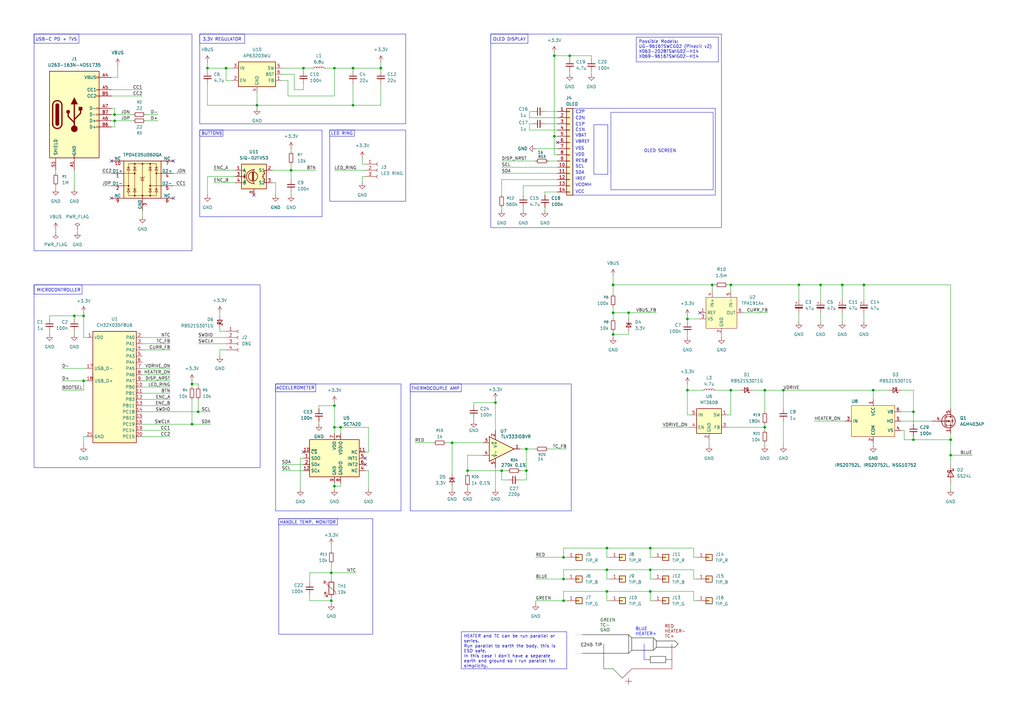
<source format=kicad_sch>
(kicad_sch
	(version 20250114)
	(generator "eeschema")
	(generator_version "9.0")
	(uuid "7095b018-eac3-4b01-b374-28e3216c4fd8")
	(paper "A3")
	
	(rectangle
		(start 113.03 157.48)
		(end 164.465 209.55)
		(stroke
			(width 0)
			(type default)
		)
		(fill
			(type none)
		)
		(uuid 25f66d05-38b5-4a17-99c1-8cad2c92cd3e)
	)
	(rectangle
		(start 13.97 13.97)
		(end 78.74 102.87)
		(stroke
			(width 0)
			(type default)
		)
		(fill
			(type none)
		)
		(uuid 34cfca7f-b72a-4261-a704-f33e6bc4b279)
	)
	(rectangle
		(start 113.03 157.48)
		(end 129.54 160.655)
		(stroke
			(width 0)
			(type default)
		)
		(fill
			(type none)
		)
		(uuid 37b1d202-d0af-4356-9cea-c5377ffdf5c6)
	)
	(rectangle
		(start 168.275 157.48)
		(end 189.23 160.655)
		(stroke
			(width 0)
			(type default)
		)
		(fill
			(type none)
		)
		(uuid 411456a7-808a-4a99-b2e7-4b00b0660778)
	)
	(rectangle
		(start 81.915 53.34)
		(end 91.44 55.88)
		(stroke
			(width 0)
			(type default)
		)
		(fill
			(type none)
		)
		(uuid 51756553-69aa-4f9f-a31a-a60fa2c78053)
	)
	(rectangle
		(start 135.255 53.34)
		(end 166.37 82.55)
		(stroke
			(width 0)
			(type default)
		)
		(fill
			(type none)
		)
		(uuid 7ca7d888-0de2-4ee4-9e02-bce99f6c7310)
	)
	(rectangle
		(start 13.97 116.84)
		(end 33.655 120.65)
		(stroke
			(width 0)
			(type default)
		)
		(fill
			(type none)
		)
		(uuid 7d5ee34c-3c30-4116-b034-575f8f5cbca0)
	)
	(rectangle
		(start 81.915 53.34)
		(end 132.08 88.9)
		(stroke
			(width 0)
			(type default)
		)
		(fill
			(type none)
		)
		(uuid 9c119ec4-7162-4594-9de4-9af2e8ac3469)
	)
	(rectangle
		(start 81.915 13.97)
		(end 100.33 17.78)
		(stroke
			(width 0)
			(type default)
		)
		(fill
			(type none)
		)
		(uuid 9d5c2b83-1ad1-4eb5-9c00-115d7cfbb819)
	)
	(rectangle
		(start 168.275 157.48)
		(end 234.315 209.55)
		(stroke
			(width 0)
			(type default)
		)
		(fill
			(type none)
		)
		(uuid a57dfd79-f7b7-44cf-be58-21e0757161fa)
	)
	(rectangle
		(start 13.97 116.84)
		(end 106.68 191.77)
		(stroke
			(width 0)
			(type default)
		)
		(fill
			(type none)
		)
		(uuid a66c837f-d550-4ad5-b67a-1a34b6eaed03)
	)
	(rectangle
		(start 250.571 46.101)
		(end 292.481 77.851)
		(stroke
			(width 0)
			(type default)
		)
		(fill
			(type none)
		)
		(uuid b323df54-646c-4c42-ac5d-c702f5da28df)
	)
	(rectangle
		(start 13.97 13.97)
		(end 32.385 17.78)
		(stroke
			(width 0)
			(type default)
		)
		(fill
			(type none)
		)
		(uuid b41c86f7-a703-4da7-9c7c-3d6f2dbdab0b)
	)
	(rectangle
		(start 114.3 212.725)
		(end 138.43 215.265)
		(stroke
			(width 0)
			(type default)
		)
		(fill
			(type none)
		)
		(uuid b798fff3-5d10-4e4c-948c-461a0845de52)
	)
	(rectangle
		(start 135.255 53.34)
		(end 145.415 55.88)
		(stroke
			(width 0)
			(type default)
		)
		(fill
			(type none)
		)
		(uuid bb60d903-b4fc-4579-917b-d8b1327cda5c)
	)
	(rectangle
		(start 234.95 44.45)
		(end 293.37 80.01)
		(stroke
			(width 0)
			(type default)
		)
		(fill
			(type none)
		)
		(uuid c7ed09f4-c5b0-447c-8527-2fd1a9942fc7)
	)
	(rectangle
		(start 201.295 13.97)
		(end 295.91 93.345)
		(stroke
			(width 0)
			(type default)
		)
		(fill
			(type none)
		)
		(uuid c86b0301-7b25-4d55-b6bd-bf1af0f3ea13)
	)
	(rectangle
		(start 243.586 51.181)
		(end 249.301 71.501)
		(stroke
			(width 0)
			(type default)
		)
		(fill
			(type none)
		)
		(uuid cc173c2c-4802-4b85-8dc1-c0ed1e2586ae)
	)
	(rectangle
		(start 81.915 13.97)
		(end 166.37 50.8)
		(stroke
			(width 0)
			(type default)
		)
		(fill
			(type none)
		)
		(uuid d5e44070-3c31-4662-9265-15546dcb33a9)
	)
	(rectangle
		(start 114.3 212.725)
		(end 152.908 260.096)
		(stroke
			(width 0)
			(type default)
		)
		(fill
			(type none)
		)
		(uuid dc78faa3-7706-462b-aff1-ea2259b8957d)
	)
	(rectangle
		(start 201.295 13.97)
		(end 216.535 17.78)
		(stroke
			(width 0)
			(type default)
		)
		(fill
			(type none)
		)
		(uuid df873f2f-b2dc-4231-b391-da9722f3ee43)
	)
	(text "RED\nHEATER-\nTC+"
		(exclude_from_sim no)
		(at 272.542 259.08 0)
		(effects
			(font
				(size 1.27 1.27)
				(color 132 0 0 1)
			)
			(justify left)
		)
		(uuid "074f802c-7871-4a94-9d0f-a3c07209b08e")
	)
	(text "3.3V REGULATOR"
		(exclude_from_sim no)
		(at 83.058 16.256 0)
		(effects
			(font
				(size 1.27 1.27)
			)
			(justify left)
		)
		(uuid "270c64e9-acc9-4bdf-adf9-51e85a7cfae3")
	)
	(text "C2N"
		(exclude_from_sim no)
		(at 235.966 48.514 0)
		(effects
			(font
				(size 1.27 1.27)
			)
			(justify left)
		)
		(uuid "303735e4-f194-4e97-9ddd-7741146e5965")
	)
	(text "USB-C PD + TVS"
		(exclude_from_sim no)
		(at 14.478 16.256 0)
		(effects
			(font
				(size 1.27 1.27)
			)
			(justify left)
		)
		(uuid "3b53ae36-2320-46df-8526-8d2b0e4cd267")
	)
	(text "BUTTONS"
		(exclude_from_sim no)
		(at 82.55 54.864 0)
		(effects
			(font
				(size 1.27 1.27)
			)
			(justify left)
		)
		(uuid "4ff0d853-92f6-4f02-aa33-1f252be5ef75")
	)
	(text "SCL"
		(exclude_from_sim no)
		(at 235.966 68.326 0)
		(effects
			(font
				(size 1.27 1.27)
			)
			(justify left)
		)
		(uuid "63c62cf3-4266-478a-9f68-199034fe5d8b")
	)
	(text "RES#"
		(exclude_from_sim no)
		(at 235.966 66.04 0)
		(effects
			(font
				(size 1.27 1.27)
			)
			(justify left)
		)
		(uuid "6ce3c0b9-bb73-4f4d-8996-df06398c02e3")
	)
	(text "C1P"
		(exclude_from_sim no)
		(at 235.966 51.054 0)
		(effects
			(font
				(size 1.27 1.27)
			)
			(justify left)
		)
		(uuid "6d196f00-fda4-408a-b16f-63e268646b7a")
	)
	(text "ACCELEROMETER"
		(exclude_from_sim no)
		(at 121.158 159.258 0)
		(effects
			(font
				(size 1.27 1.27)
			)
		)
		(uuid "6d3cce01-49eb-4036-848c-880563d726ff")
	)
	(text "IREF"
		(exclude_from_sim no)
		(at 235.966 73.406 0)
		(effects
			(font
				(size 1.27 1.27)
			)
			(justify left)
		)
		(uuid "78269562-db7d-4f9c-9409-11de08793bfa")
	)
	(text "BLUE\nHEATER+"
		(exclude_from_sim no)
		(at 260.604 259.08 0)
		(effects
			(font
				(size 1.27 1.27)
				(color 0 0 255 1)
			)
			(justify left)
		)
		(uuid "7cd917a9-991f-405e-b4ad-1658a33b6480")
	)
	(text "C1N"
		(exclude_from_sim no)
		(at 235.966 53.34 0)
		(effects
			(font
				(size 1.27 1.27)
			)
			(justify left)
		)
		(uuid "86eaf89d-7735-48bc-8adf-2c6d7e1c9267")
	)
	(text "C2P"
		(exclude_from_sim no)
		(at 235.966 45.974 0)
		(effects
			(font
				(size 1.27 1.27)
			)
			(justify left)
		)
		(uuid "88767c22-62f5-491f-8191-e622ce50d549")
	)
	(text "VDD"
		(exclude_from_sim no)
		(at 235.966 63.5 0)
		(effects
			(font
				(size 1.27 1.27)
			)
			(justify left)
		)
		(uuid "98ea20d6-f789-4c9a-9d2d-ddf9c4e55ce3")
	)
	(text "HANDLE TEMP. MONITOR"
		(exclude_from_sim no)
		(at 126.238 214.376 0)
		(effects
			(font
				(size 1.27 1.27)
			)
		)
		(uuid "9cf9be48-0da6-4698-b802-905b4321ec7e")
	)
	(text "OLED SCREEN"
		(exclude_from_sim no)
		(at 270.764 61.976 0)
		(effects
			(font
				(size 1.27 1.27)
			)
		)
		(uuid "a7d4d929-dbaa-411d-a847-37e4617db2b8")
	)
	(text "VCC"
		(exclude_from_sim no)
		(at 235.966 78.74 0)
		(effects
			(font
				(size 1.27 1.27)
			)
			(justify left)
		)
		(uuid "c0b5be38-ee7a-4c62-b666-9455a24b9bdf")
	)
	(text "SDA"
		(exclude_from_sim no)
		(at 235.966 70.866 0)
		(effects
			(font
				(size 1.27 1.27)
			)
			(justify left)
		)
		(uuid "d1f23843-c159-4734-816f-e3ebdc7225d4")
	)
	(text "VBREF"
		(exclude_from_sim no)
		(at 235.966 58.166 0)
		(effects
			(font
				(size 1.27 1.27)
			)
			(justify left)
		)
		(uuid "dc92fbc2-eb7d-47ac-891e-6de1528c9506")
	)
	(text "OLED DISPLAY"
		(exclude_from_sim no)
		(at 202.184 16.256 0)
		(effects
			(font
				(size 1.27 1.27)
			)
			(justify left)
		)
		(uuid "e1182865-9cf6-484e-b369-4d8124243a24")
	)
	(text "VBAT"
		(exclude_from_sim no)
		(at 235.966 55.626 0)
		(effects
			(font
				(size 1.27 1.27)
			)
			(justify left)
		)
		(uuid "e5136794-6a5a-4728-b4d0-e47266a8ec2c")
	)
	(text "VSS"
		(exclude_from_sim no)
		(at 235.966 60.96 0)
		(effects
			(font
				(size 1.27 1.27)
			)
			(justify left)
		)
		(uuid "e5277a5c-1568-43ec-ab65-5c403a9ddad3")
	)
	(text "VCOMH"
		(exclude_from_sim no)
		(at 235.966 75.946 0)
		(effects
			(font
				(size 1.27 1.27)
			)
			(justify left)
		)
		(uuid "e677c7ab-e79d-4a1c-8a88-4a56ca5d6b79")
	)
	(text "THERMOCOUPLE AMP"
		(exclude_from_sim no)
		(at 178.562 159.512 0)
		(effects
			(font
				(size 1.27 1.27)
			)
		)
		(uuid "e865e2d4-df9a-47d7-8bc3-1d543675c813")
	)
	(text "LED RING"
		(exclude_from_sim no)
		(at 140.208 54.864 0)
		(effects
			(font
				(size 1.27 1.27)
			)
		)
		(uuid "eebaafe7-13f6-4495-a884-67f3bb5c6ce1")
	)
	(text "MICROCONTROLLER"
		(exclude_from_sim no)
		(at 14.986 119.126 0)
		(effects
			(font
				(size 1.27 1.27)
			)
			(justify left)
		)
		(uuid "f4202bbd-17db-406a-9b6f-417fe43fdaab")
	)
	(text "C245 TIP"
		(exclude_from_sim no)
		(at 242.57 264.668 0)
		(effects
			(font
				(size 1.27 1.27)
				(color 0 0 0 1)
			)
		)
		(uuid "f5ebd9e6-7e85-4295-b1df-1fb1b0a60676")
	)
	(text "GREEN\nTC-\nGND"
		(exclude_from_sim no)
		(at 246.126 256.54 0)
		(effects
			(font
				(size 1.27 1.27)
				(color 0 72 0 1)
			)
			(justify left)
		)
		(uuid "fe22e110-b1c7-4e37-9dd2-ed4186183ab8")
	)
	(text_box "Possible Models:\nUG-9616TSWCG02 (Pinecil v2)\nX063-2028TSWIG02-H14\nX069-9616TSWIG02-H14"
		(exclude_from_sim no)
		(at 260.985 15.24 0)
		(size 33.655 10.16)
		(margins 0.9525 0.9525 0.9525 0.9525)
		(stroke
			(width 0)
			(type solid)
		)
		(fill
			(type none)
		)
		(effects
			(font
				(size 1.27 1.27)
			)
			(justify left top)
		)
		(uuid "aff1d92e-7948-41af-95d4-eec0b0d11729")
	)
	(text_box "HEATER and TC can be run parallel or series.\nRun parallel to earth the body, this is ESD safe.\nIn this case I don't have a separate earth and ground so I run parallel for simplicity."
		(exclude_from_sim no)
		(at 189.23 259.08 0)
		(size 43.18 15.24)
		(margins 0.9525 0.9525 0.9525 0.9525)
		(stroke
			(width 0)
			(type solid)
		)
		(fill
			(type none)
		)
		(effects
			(font
				(size 1.27 1.27)
			)
			(justify left top)
		)
		(uuid "f24e07f6-dab3-4874-a162-57756a4a0cb0")
	)
	(junction
		(at 81.28 168.91)
		(diameter 0)
		(color 0 0 0 0)
		(uuid "0376124e-fe7a-4814-987e-238a633a55c8")
	)
	(junction
		(at 299.72 160.02)
		(diameter 0)
		(color 0 0 0 0)
		(uuid "07d79252-3cfe-49d3-a697-b5180f951c75")
	)
	(junction
		(at 124.46 27.94)
		(diameter 0)
		(color 0 0 0 0)
		(uuid "0acd8611-5527-40f7-90a3-5c60d1adc1d0")
	)
	(junction
		(at 299.72 116.84)
		(diameter 0)
		(color 0 0 0 0)
		(uuid "1a97976b-dfb2-4683-a36c-95b1ecc6d489")
	)
	(junction
		(at 266.7 233.68)
		(diameter 0)
		(color 0 0 0 0)
		(uuid "1e78fea4-f170-467b-a37a-22058bb36a6d")
	)
	(junction
		(at 144.78 43.18)
		(diameter 0)
		(color 0 0 0 0)
		(uuid "22311b9f-04cf-44b4-b81a-9a2eee7d9814")
	)
	(junction
		(at 374.65 180.34)
		(diameter 0)
		(color 0 0 0 0)
		(uuid "253e7a83-9b7c-4d4c-b8d1-7fbacce38609")
	)
	(junction
		(at 231.14 237.49)
		(diameter 0)
		(color 0 0 0 0)
		(uuid "284f32c2-769a-4bc4-b2f0-a7c3e5ae68d6")
	)
	(junction
		(at 281.94 130.81)
		(diameter 0)
		(color 0 0 0 0)
		(uuid "2b9858fc-d565-4568-9ced-4f85b3261fac")
	)
	(junction
		(at 345.44 116.84)
		(diameter 0)
		(color 0 0 0 0)
		(uuid "2cf6bdc1-2dd6-49cc-9a0b-833528e6ca76")
	)
	(junction
		(at 266.7 224.79)
		(diameter 0)
		(color 0 0 0 0)
		(uuid "3303fd32-4b4a-445d-bddd-01abf0d9be1e")
	)
	(junction
		(at 389.89 180.34)
		(diameter 0)
		(color 0 0 0 0)
		(uuid "3b65a788-4b4c-437e-96e5-165c51a854a4")
	)
	(junction
		(at 203.2 165.1)
		(diameter 0)
		(color 0 0 0 0)
		(uuid "3f9bcc33-18ad-48ec-8047-f514eddb9bd3")
	)
	(junction
		(at 266.7 242.57)
		(diameter 0)
		(color 0 0 0 0)
		(uuid "3ff58bdd-622b-46e9-99a2-8eca2ca30783")
	)
	(junction
		(at 389.89 186.69)
		(diameter 0)
		(color 0 0 0 0)
		(uuid "40073d49-3f44-4af7-a787-657ab510a928")
	)
	(junction
		(at 358.14 160.02)
		(diameter 0)
		(color 0 0 0 0)
		(uuid "4022ea02-a839-4e77-8442-99daabad0cb4")
	)
	(junction
		(at 374.65 168.91)
		(diameter 0)
		(color 0 0 0 0)
		(uuid "45cd84fd-2fd0-4481-9f27-779c4e05a620")
	)
	(junction
		(at 191.77 193.04)
		(diameter 0)
		(color 0 0 0 0)
		(uuid "4793f579-9960-4fea-a983-16516b9a6a74")
	)
	(junction
		(at 336.55 116.84)
		(diameter 0)
		(color 0 0 0 0)
		(uuid "47ccf2d1-6ca7-484c-9fcc-e3b6cf23b44b")
	)
	(junction
		(at 30.48 129.54)
		(diameter 0)
		(color 0 0 0 0)
		(uuid "4a00e859-a3fe-467b-8ce9-def1b4a6bc1d")
	)
	(junction
		(at 281.94 160.02)
		(diameter 0)
		(color 0 0 0 0)
		(uuid "4c2788f8-2f3d-4c09-bf35-9265ddb84f5d")
	)
	(junction
		(at 231.14 228.6)
		(diameter 0)
		(color 0 0 0 0)
		(uuid "4e000b4e-efac-4699-be88-c8c4a1e11b0e")
	)
	(junction
		(at 137.16 27.94)
		(diameter 0)
		(color 0 0 0 0)
		(uuid "4e457d4d-37fd-4b51-a420-85ebb8dc04c5")
	)
	(junction
		(at 251.46 137.16)
		(diameter 0)
		(color 0 0 0 0)
		(uuid "5356a73a-34f6-4489-9bec-01ccee3dfe09")
	)
	(junction
		(at 137.16 175.26)
		(diameter 0)
		(color 0 0 0 0)
		(uuid "589eff9d-eed1-4df5-98d6-26b7c768b426")
	)
	(junction
		(at 46.99 49.53)
		(diameter 0)
		(color 0 0 0 0)
		(uuid "5e8d1cf7-167e-4030-9f28-7c115ea5395b")
	)
	(junction
		(at 248.92 233.68)
		(diameter 0)
		(color 0 0 0 0)
		(uuid "5ea4f1af-29c5-41cd-b15b-81097d2b6427")
	)
	(junction
		(at 227.33 55.88)
		(diameter 0)
		(color 0 0 0 0)
		(uuid "5fbb3de9-86ee-49ad-a284-eb55f1cc692a")
	)
	(junction
		(at 292.1 116.84)
		(diameter 0)
		(color 0 0 0 0)
		(uuid "5feb41b2-1973-47b7-a124-0b6e2628d43d")
	)
	(junction
		(at 248.92 242.57)
		(diameter 0)
		(color 0 0 0 0)
		(uuid "64f8ff53-fd25-4945-b8a5-64153356f23e")
	)
	(junction
		(at 257.81 128.27)
		(diameter 0)
		(color 0 0 0 0)
		(uuid "72a3e6ce-0be8-4ce5-948e-b5935f1538fc")
	)
	(junction
		(at 233.68 22.86)
		(diameter 0)
		(color 0 0 0 0)
		(uuid "73b54f8a-8892-4f5c-ad2f-0a2e6cc384c3")
	)
	(junction
		(at 34.29 129.54)
		(diameter 0)
		(color 0 0 0 0)
		(uuid "7463436f-e839-4ea2-a4bf-81f122061b20")
	)
	(junction
		(at 205.74 193.04)
		(diameter 0)
		(color 0 0 0 0)
		(uuid "77d052f3-f174-4ac4-b7f3-74fd8cd4f0e2")
	)
	(junction
		(at 78.74 157.48)
		(diameter 0)
		(color 0 0 0 0)
		(uuid "81607e46-ed60-4e7b-900a-af756b50d9d4")
	)
	(junction
		(at 313.69 160.02)
		(diameter 0)
		(color 0 0 0 0)
		(uuid "81928cab-d290-47f7-99c7-9c8f417d4c4e")
	)
	(junction
		(at 137.16 166.37)
		(diameter 0)
		(color 0 0 0 0)
		(uuid "84b1d133-5555-4f34-9259-4c4a00397909")
	)
	(junction
		(at 215.9 193.04)
		(diameter 0)
		(color 0 0 0 0)
		(uuid "879d8513-8c12-4c71-805b-cfd0566ce6a8")
	)
	(junction
		(at 34.29 156.21)
		(diameter 0)
		(color 0 0 0 0)
		(uuid "89bcf90e-9038-4def-8280-30d23811eeb8")
	)
	(junction
		(at 227.33 22.86)
		(diameter 0)
		(color 0 0 0 0)
		(uuid "9531702c-c6a6-4297-8a10-64a5c6fc90b3")
	)
	(junction
		(at 354.33 116.84)
		(diameter 0)
		(color 0 0 0 0)
		(uuid "99ccfd84-b2aa-43ca-9a4b-20d069ac7471")
	)
	(junction
		(at 135.89 246.38)
		(diameter 0)
		(color 0 0 0 0)
		(uuid "9ba723fb-78b5-4d72-ae3c-94d59ceb7ba3")
	)
	(junction
		(at 251.46 116.84)
		(diameter 0)
		(color 0 0 0 0)
		(uuid "a3b1ebda-28bf-4cca-a91f-ab0720e0e5f5")
	)
	(junction
		(at 215.9 184.15)
		(diameter 0)
		(color 0 0 0 0)
		(uuid "aff6f7cf-f995-4965-9b70-2f6e1afd3257")
	)
	(junction
		(at 251.46 128.27)
		(diameter 0)
		(color 0 0 0 0)
		(uuid "b257f578-3f04-4267-ba31-62cb9e7e56e2")
	)
	(junction
		(at 327.66 116.84)
		(diameter 0)
		(color 0 0 0 0)
		(uuid "bd622f08-db3a-4046-921d-58baf4c7d1bc")
	)
	(junction
		(at 185.42 181.61)
		(diameter 0)
		(color 0 0 0 0)
		(uuid "be519101-b7e2-4e85-bc0c-866a0a6fdb77")
	)
	(junction
		(at 135.89 234.95)
		(diameter 0)
		(color 0 0 0 0)
		(uuid "c4f19431-f823-4a18-902b-e25529b1c304")
	)
	(junction
		(at 156.21 27.94)
		(diameter 0)
		(color 0 0 0 0)
		(uuid "caa23b1a-fb60-423d-84ed-a4ec6bda7dc1")
	)
	(junction
		(at 78.74 173.99)
		(diameter 0)
		(color 0 0 0 0)
		(uuid "cb369bbe-c983-4f03-86f5-9ab8b3b58edd")
	)
	(junction
		(at 119.38 69.85)
		(diameter 0)
		(color 0 0 0 0)
		(uuid "cbfb9910-a9c3-4d1d-beaf-ad4934f7e32e")
	)
	(junction
		(at 313.69 175.26)
		(diameter 0)
		(color 0 0 0 0)
		(uuid "cc109a5d-bdf8-421c-800f-f4fb1ea8fcea")
	)
	(junction
		(at 105.41 43.18)
		(diameter 0)
		(color 0 0 0 0)
		(uuid "d049456d-20ee-4308-a384-c295c5fb64a1")
	)
	(junction
		(at 137.16 199.39)
		(diameter 0)
		(color 0 0 0 0)
		(uuid "d3c0ec6c-e13a-496a-ad1c-ba60afc46b96")
	)
	(junction
		(at 46.99 46.99)
		(diameter 0)
		(color 0 0 0 0)
		(uuid "d3cb3929-1383-43bf-9aa0-8d6179547879")
	)
	(junction
		(at 144.78 27.94)
		(diameter 0)
		(color 0 0 0 0)
		(uuid "d5fd0359-f76b-4cc1-9ea5-8682bade4542")
	)
	(junction
		(at 321.31 160.02)
		(diameter 0)
		(color 0 0 0 0)
		(uuid "e5115188-7348-4d7f-9464-18609567d3fc")
	)
	(junction
		(at 92.71 27.94)
		(diameter 0)
		(color 0 0 0 0)
		(uuid "e80bc681-7695-43f3-a2bd-d411c7e86409")
	)
	(junction
		(at 231.14 246.38)
		(diameter 0)
		(color 0 0 0 0)
		(uuid "ea75d511-588c-4431-8d03-5392322d567d")
	)
	(junction
		(at 139.7 175.26)
		(diameter 0)
		(color 0 0 0 0)
		(uuid "ea9ea449-1699-40d7-8a1c-89a1d2111f96")
	)
	(junction
		(at 248.92 224.79)
		(diameter 0)
		(color 0 0 0 0)
		(uuid "ebd518cf-54ce-4d1f-b736-386303c84246")
	)
	(junction
		(at 85.09 27.94)
		(diameter 0)
		(color 0 0 0 0)
		(uuid "f1df4cab-d95d-4e21-b204-cc5686c3ccd2")
	)
	(no_connect
		(at 287.02 128.27)
		(uuid "06611bec-51b6-46da-9687-f0c27668a583")
	)
	(no_connect
		(at 149.86 187.96)
		(uuid "12b81ef0-4fba-4b2f-98fa-a2180c0447e2")
	)
	(no_connect
		(at 149.86 190.5)
		(uuid "2b4977a8-0f21-4fec-84e4-4c603e997be4")
	)
	(no_connect
		(at 71.12 81.28)
		(uuid "46b4ccbc-24ab-4899-8505-9a1bc9336197")
	)
	(no_connect
		(at 45.72 66.04)
		(uuid "613b3790-5218-413f-a343-e26aa4ea4b95")
	)
	(no_connect
		(at 228.6 58.42)
		(uuid "8d801d13-32fe-4e34-8cc5-b8a86a497023")
	)
	(no_connect
		(at 124.46 185.42)
		(uuid "bb17c601-45a1-4eb6-aaaf-eada3efdd523")
	)
	(no_connect
		(at 45.72 81.28)
		(uuid "c9b41e3a-80a4-4410-be4c-91975e86700a")
	)
	(no_connect
		(at 104.14 80.01)
		(uuid "d8cbb7b8-f348-43ed-b12a-7c884625729d")
	)
	(no_connect
		(at 71.12 66.04)
		(uuid "e9fc4535-1911-4390-b5e2-c282d53c9319")
	)
	(polyline
		(pts
			(xy 269.24 265.43) (xy 267.97 266.7)
		)
		(stroke
			(width 0)
			(type default)
			(color 0 0 0 1)
		)
		(uuid "026bb0ed-6072-40a3-95a7-f0b0e5bb9f80")
	)
	(wire
		(pts
			(xy 156.21 25.4) (xy 156.21 27.94)
		)
		(stroke
			(width 0)
			(type default)
		)
		(uuid "0280334b-627a-4233-a676-012a207d9298")
	)
	(wire
		(pts
			(xy 123.19 187.96) (xy 124.46 187.96)
		)
		(stroke
			(width 0)
			(type default)
		)
		(uuid "03f9526b-c252-4cea-a8ec-81306ff6df76")
	)
	(wire
		(pts
			(xy 41.91 76.2) (xy 45.72 76.2)
		)
		(stroke
			(width 0)
			(type default)
		)
		(uuid "057a48eb-9b1d-42a5-bf44-6985b9321748")
	)
	(wire
		(pts
			(xy 227.33 55.88) (xy 228.6 55.88)
		)
		(stroke
			(width 0)
			(type default)
		)
		(uuid "06a39b25-e5c0-48bf-8f66-6ff9e46efda7")
	)
	(polyline
		(pts
			(xy 275.59 270.51) (xy 273.05 270.51)
		)
		(stroke
			(width 0)
			(type solid)
			(color 132 0 0 1)
		)
		(uuid "07b98816-3d51-4f72-b198-7c04ddd02a60")
	)
	(wire
		(pts
			(xy 299.72 160.02) (xy 299.72 170.18)
		)
		(stroke
			(width 0)
			(type default)
		)
		(uuid "08ca60c2-d79a-4019-861d-7c88280594b9")
	)
	(wire
		(pts
			(xy 115.57 193.04) (xy 124.46 193.04)
		)
		(stroke
			(width 0)
			(type default)
		)
		(uuid "093a4bfc-aabd-4586-948a-1580d9afeffa")
	)
	(wire
		(pts
			(xy 45.72 36.83) (xy 58.42 36.83)
		)
		(stroke
			(width 0)
			(type default)
		)
		(uuid "098337dc-d67f-4f92-9e59-aa0530495823")
	)
	(wire
		(pts
			(xy 369.57 168.91) (xy 374.65 168.91)
		)
		(stroke
			(width 0)
			(type default)
		)
		(uuid "0991fc57-c77d-4d8b-a7f5-93559a71531e")
	)
	(wire
		(pts
			(xy 345.44 116.84) (xy 345.44 123.19)
		)
		(stroke
			(width 0)
			(type default)
		)
		(uuid "0a39267a-811b-4f61-ae41-9c4b49ca2435")
	)
	(wire
		(pts
			(xy 284.48 228.6) (xy 285.75 228.6)
		)
		(stroke
			(width 0)
			(type default)
		)
		(uuid "0b3b1be4-2c7f-47f2-886c-9ff27992e090")
	)
	(wire
		(pts
			(xy 283.21 170.18) (xy 281.94 170.18)
		)
		(stroke
			(width 0)
			(type default)
		)
		(uuid "0bdd0dd3-1438-4145-a164-7482936ecc91")
	)
	(polyline
		(pts
			(xy 236.22 260.35) (xy 238.76 260.35)
		)
		(stroke
			(width 0)
			(type dot)
			(color 0 0 0 1)
		)
		(uuid "0bebbeb1-bed0-4084-8b40-7ac03a835cd7")
	)
	(wire
		(pts
			(xy 358.14 181.61) (xy 358.14 182.88)
		)
		(stroke
			(width 0)
			(type default)
		)
		(uuid "0c9fa1d8-a413-4dad-b1e6-53724d6877dc")
	)
	(wire
		(pts
			(xy 374.65 179.07) (xy 374.65 180.34)
		)
		(stroke
			(width 0)
			(type default)
		)
		(uuid "0d1d8e67-44be-4e93-8637-8b77df712344")
	)
	(wire
		(pts
			(xy 85.09 34.29) (xy 85.09 43.18)
		)
		(stroke
			(width 0)
			(type default)
		)
		(uuid "0d1da041-1604-484f-8588-64418e6780df")
	)
	(wire
		(pts
			(xy 281.94 157.48) (xy 281.94 160.02)
		)
		(stroke
			(width 0)
			(type default)
		)
		(uuid "0d6f32d5-98ad-41ed-b781-51035ba32ce2")
	)
	(polyline
		(pts
			(xy 266.7 269.24) (xy 266.7 271.78)
		)
		(stroke
			(width 0)
			(type solid)
			(color 0 0 0 1)
		)
		(uuid "0e087217-7caf-4ae9-80d3-cf5e99ccbd9c")
	)
	(wire
		(pts
			(xy 78.74 157.48) (xy 81.28 157.48)
		)
		(stroke
			(width 0)
			(type default)
		)
		(uuid "0e2e8ef7-9967-4f2a-a391-35d57131fb71")
	)
	(wire
		(pts
			(xy 248.92 224.79) (xy 266.7 224.79)
		)
		(stroke
			(width 0)
			(type default)
		)
		(uuid "0ea3b0f9-9010-4b04-86d3-c4830ab1836d")
	)
	(wire
		(pts
			(xy 127 234.95) (xy 135.89 234.95)
		)
		(stroke
			(width 0)
			(type default)
		)
		(uuid "0f8627da-dc1e-4504-acfc-120e3647c5b5")
	)
	(wire
		(pts
			(xy 58.42 158.75) (xy 69.85 158.75)
		)
		(stroke
			(width 0)
			(type default)
		)
		(uuid "0f968ad1-38fa-43f3-a9ca-eaab57060db2")
	)
	(wire
		(pts
			(xy 214.63 85.09) (xy 214.63 86.36)
		)
		(stroke
			(width 0)
			(type default)
		)
		(uuid "0fdf5b0f-14a7-4ff5-aee8-91dcf3e80430")
	)
	(polyline
		(pts
			(xy 276.86 262.89) (xy 278.13 264.16)
		)
		(stroke
			(width 0)
			(type default)
			(color 0 0 0 1)
		)
		(uuid "0ffc5971-b130-492f-a7ea-ccd3781d517b")
	)
	(wire
		(pts
			(xy 251.46 125.73) (xy 251.46 128.27)
		)
		(stroke
			(width 0)
			(type default)
		)
		(uuid "10b7f4bb-8e85-4f50-bd94-98083d6c2f27")
	)
	(wire
		(pts
			(xy 321.31 167.64) (xy 321.31 160.02)
		)
		(stroke
			(width 0)
			(type default)
		)
		(uuid "1213dcc9-1528-4b78-b712-6cdbea454856")
	)
	(wire
		(pts
			(xy 354.33 116.84) (xy 389.89 116.84)
		)
		(stroke
			(width 0)
			(type default)
		)
		(uuid "12182501-1033-49e8-871b-f59aa3713600")
	)
	(wire
		(pts
			(xy 191.77 193.04) (xy 191.77 186.69)
		)
		(stroke
			(width 0)
			(type default)
		)
		(uuid "12f02fb2-28a7-4766-ae13-424545151178")
	)
	(wire
		(pts
			(xy 137.16 175.26) (xy 137.16 177.8)
		)
		(stroke
			(width 0)
			(type default)
		)
		(uuid "135c080a-b87a-42f2-bd23-e8f54c5ee6c7")
	)
	(wire
		(pts
			(xy 148.59 74.93) (xy 148.59 72.39)
		)
		(stroke
			(width 0)
			(type default)
		)
		(uuid "13a8fbae-4055-4538-a775-7561035458e6")
	)
	(wire
		(pts
			(xy 191.77 193.04) (xy 205.74 193.04)
		)
		(stroke
			(width 0)
			(type default)
		)
		(uuid "13e7537a-edd6-43d5-8bb0-f6eb3d491016")
	)
	(wire
		(pts
			(xy 257.81 137.16) (xy 251.46 137.16)
		)
		(stroke
			(width 0)
			(type default)
		)
		(uuid "13fdc45e-79a2-4146-a607-12db049e38ab")
	)
	(wire
		(pts
			(xy 215.9 193.04) (xy 215.9 184.15)
		)
		(stroke
			(width 0)
			(type default)
		)
		(uuid "1427c6b1-5293-499b-9663-f54121cc8ca4")
	)
	(wire
		(pts
			(xy 48.26 31.75) (xy 48.26 26.67)
		)
		(stroke
			(width 0)
			(type default)
		)
		(uuid "14b83c6b-fa77-4ec1-b020-d89f490dd1db")
	)
	(wire
		(pts
			(xy 87.63 69.85) (xy 96.52 69.85)
		)
		(stroke
			(width 0)
			(type default)
		)
		(uuid "15d75b7e-53c1-4b3b-bead-3e9845084cb1")
	)
	(wire
		(pts
			(xy 327.66 116.84) (xy 336.55 116.84)
		)
		(stroke
			(width 0)
			(type default)
		)
		(uuid "160924b9-71b2-497e-afa5-3fa032761b8c")
	)
	(wire
		(pts
			(xy 203.2 163.83) (xy 203.2 165.1)
		)
		(stroke
			(width 0)
			(type default)
		)
		(uuid "16a235b6-6479-41c3-934b-5990cd87fafe")
	)
	(wire
		(pts
			(xy 227.33 55.88) (xy 227.33 63.5)
		)
		(stroke
			(width 0)
			(type default)
		)
		(uuid "16a6ad92-1a6b-4d2b-93f1-5652f5947dbb")
	)
	(wire
		(pts
			(xy 231.14 228.6) (xy 232.41 228.6)
		)
		(stroke
			(width 0)
			(type default)
		)
		(uuid "17df628e-6e1c-4007-bf79-a6f4989ca29e")
	)
	(wire
		(pts
			(xy 45.72 52.07) (xy 46.99 52.07)
		)
		(stroke
			(width 0)
			(type default)
		)
		(uuid "18438b3a-827e-4972-b4d2-e39627126fd2")
	)
	(polyline
		(pts
			(xy 255.27 260.35) (xy 257.81 260.35)
		)
		(stroke
			(width 0)
			(type default)
			(color 0 0 0 1)
		)
		(uuid "185695dd-6d7c-4a99-817d-9d7e560e285b")
	)
	(wire
		(pts
			(xy 58.42 153.67) (xy 69.85 153.67)
		)
		(stroke
			(width 0)
			(type default)
		)
		(uuid "185cc638-609c-4acf-9a83-434d47f9bece")
	)
	(wire
		(pts
			(xy 248.92 228.6) (xy 250.19 228.6)
		)
		(stroke
			(width 0)
			(type default)
		)
		(uuid "186284b8-bd67-4889-90c2-387a38831a45")
	)
	(wire
		(pts
			(xy 321.31 160.02) (xy 313.69 160.02)
		)
		(stroke
			(width 0)
			(type default)
		)
		(uuid "18853170-98c0-4142-a886-9b88272679cd")
	)
	(wire
		(pts
			(xy 231.14 242.57) (xy 248.92 242.57)
		)
		(stroke
			(width 0)
			(type default)
		)
		(uuid "19a14244-1aa6-4e39-a21f-a4b520ce6566")
	)
	(wire
		(pts
			(xy 281.94 170.18) (xy 281.94 160.02)
		)
		(stroke
			(width 0)
			(type default)
		)
		(uuid "19c2bb4e-b6a2-428b-b46d-e50a0b5d9ad9")
	)
	(wire
		(pts
			(xy 90.17 135.89) (xy 92.71 135.89)
		)
		(stroke
			(width 0)
			(type default)
		)
		(uuid "1b5db70b-c75a-47b9-9005-1a033afb345d")
	)
	(wire
		(pts
			(xy 374.65 180.34) (xy 389.89 180.34)
		)
		(stroke
			(width 0)
			(type default)
		)
		(uuid "1b77d230-b149-4ebc-9500-892f807d9feb")
	)
	(wire
		(pts
			(xy 127 246.38) (xy 127 243.84)
		)
		(stroke
			(width 0)
			(type default)
		)
		(uuid "1b9cd177-a46a-4a5a-81a3-e55bb87811dd")
	)
	(polyline
		(pts
			(xy 264.16 264.16) (xy 264.16 270.51)
		)
		(stroke
			(width 0)
			(type solid)
			(color 0 0 255 1)
		)
		(uuid "1ba11ea6-79fc-470e-8095-8fd6d151a60b")
	)
	(wire
		(pts
			(xy 58.42 166.37) (xy 69.85 166.37)
		)
		(stroke
			(width 0)
			(type default)
		)
		(uuid "1c31a3a0-71be-4869-aecb-fe7720f70370")
	)
	(wire
		(pts
			(xy 266.7 246.38) (xy 267.97 246.38)
		)
		(stroke
			(width 0)
			(type default)
		)
		(uuid "1cf9f715-8924-4551-8321-2cb14bcb7a4b")
	)
	(polyline
		(pts
			(xy 247.65 264.16) (xy 247.65 274.32)
		)
		(stroke
			(width 0)
			(type solid)
			(color 0 72 0 1)
		)
		(uuid "1d759bc9-3b87-4396-975b-76eb784a4ee5")
	)
	(wire
		(pts
			(xy 95.25 27.94) (xy 92.71 27.94)
		)
		(stroke
			(width 0)
			(type default)
		)
		(uuid "202f5003-0a48-4fcb-962b-eb5d0b2eea8c")
	)
	(wire
		(pts
			(xy 231.14 237.49) (xy 231.14 233.68)
		)
		(stroke
			(width 0)
			(type default)
		)
		(uuid "208cd2f2-adb5-4a75-b940-1381a809b269")
	)
	(wire
		(pts
			(xy 336.55 128.27) (xy 336.55 132.08)
		)
		(stroke
			(width 0)
			(type default)
		)
		(uuid "21b676c0-6f31-4170-99e5-c5b07f453a7f")
	)
	(wire
		(pts
			(xy 105.41 43.18) (xy 144.78 43.18)
		)
		(stroke
			(width 0)
			(type default)
		)
		(uuid "228d2b28-0e5e-4a0f-9a64-60ca034456d5")
	)
	(wire
		(pts
			(xy 22.86 69.85) (xy 22.86 71.12)
		)
		(stroke
			(width 0)
			(type default)
		)
		(uuid "22ceb097-bc74-4764-aecd-0b980944d711")
	)
	(wire
		(pts
			(xy 231.14 224.79) (xy 231.14 228.6)
		)
		(stroke
			(width 0)
			(type default)
		)
		(uuid "24d72d9c-7088-49fe-b9b0-0f36f49c22e7")
	)
	(wire
		(pts
			(xy 284.48 246.38) (xy 285.75 246.38)
		)
		(stroke
			(width 0)
			(type default)
		)
		(uuid "2616a777-c896-4d19-9dd1-44f1b40faa16")
	)
	(wire
		(pts
			(xy 266.7 237.49) (xy 267.97 237.49)
		)
		(stroke
			(width 0)
			(type default)
		)
		(uuid "28258bd8-18c4-469b-be71-ef9ab42f0cf4")
	)
	(wire
		(pts
			(xy 208.28 196.85) (xy 205.74 196.85)
		)
		(stroke
			(width 0)
			(type default)
		)
		(uuid "28f9a714-ce47-4a87-9eba-39a2e1e51e21")
	)
	(wire
		(pts
			(xy 137.16 39.37) (xy 118.11 39.37)
		)
		(stroke
			(width 0)
			(type default)
		)
		(uuid "296133f5-2a32-47e9-994c-67f3c4c032fa")
	)
	(polyline
		(pts
			(xy 275.59 264.16) (xy 275.59 270.51)
		)
		(stroke
			(width 0)
			(type solid)
			(color 132 0 0 1)
		)
		(uuid "2986f712-090f-47d7-9d1c-d91842ebf259")
	)
	(wire
		(pts
			(xy 248.92 242.57) (xy 266.7 242.57)
		)
		(stroke
			(width 0)
			(type default)
		)
		(uuid "29f41644-402c-4df3-aa82-716fe9752efd")
	)
	(wire
		(pts
			(xy 46.99 44.45) (xy 46.99 46.99)
		)
		(stroke
			(width 0)
			(type default)
		)
		(uuid "2b6c7f04-a093-4524-90eb-496f9f787527")
	)
	(polyline
		(pts
			(xy 273.05 270.51) (xy 273.05 269.24)
		)
		(stroke
			(width 0)
			(type solid)
			(color 0 0 0 1)
		)
		(uuid "2c47bba1-b584-4271-bdfb-c24c01ea95ec")
	)
	(wire
		(pts
			(xy 205.74 73.66) (xy 205.74 80.01)
		)
		(stroke
			(width 0)
			(type default)
		)
		(uuid "2c6750b6-74c7-4d32-8f14-8af4353a5366")
	)
	(wire
		(pts
			(xy 231.14 224.79) (xy 248.92 224.79)
		)
		(stroke
			(width 0)
			(type default)
		)
		(uuid "2c6d220a-0a4b-4ff0-96fe-2ee1e16fcd9b")
	)
	(wire
		(pts
			(xy 105.41 43.18) (xy 105.41 44.45)
		)
		(stroke
			(width 0)
			(type default)
		)
		(uuid "2caf9a90-c3fc-4061-b393-2a0dec203c07")
	)
	(wire
		(pts
			(xy 144.78 43.18) (xy 156.21 43.18)
		)
		(stroke
			(width 0)
			(type default)
		)
		(uuid "2e8bc53e-95b2-4423-886b-bfb2eecd08b4")
	)
	(wire
		(pts
			(xy 45.72 31.75) (xy 48.26 31.75)
		)
		(stroke
			(width 0)
			(type default)
		)
		(uuid "2f68ac55-2ae3-4fdc-bcfb-21f448f1abfc")
	)
	(wire
		(pts
			(xy 135.89 234.95) (xy 146.05 234.95)
		)
		(stroke
			(width 0)
			(type default)
		)
		(uuid "2f7c8f4f-5718-4ee6-b598-55a2c858af33")
	)
	(wire
		(pts
			(xy 266.7 242.57) (xy 284.48 242.57)
		)
		(stroke
			(width 0)
			(type default)
		)
		(uuid "2fbb547f-23cf-4496-89ab-aa2301b850bd")
	)
	(wire
		(pts
			(xy 137.16 165.1) (xy 137.16 166.37)
		)
		(stroke
			(width 0)
			(type default)
		)
		(uuid "2ff8f590-a0dd-4986-b523-e06c9b3827a0")
	)
	(polyline
		(pts
			(xy 259.08 261.62) (xy 259.08 266.7)
		)
		(stroke
			(width 0)
			(type default)
			(color 0 0 0 1)
		)
		(uuid "2ffefb90-6206-45ca-b57b-84bd29cfce39")
	)
	(wire
		(pts
			(xy 321.31 160.02) (xy 358.14 160.02)
		)
		(stroke
			(width 0)
			(type default)
		)
		(uuid "30582172-f069-4a5c-98a5-78a219f57280")
	)
	(polyline
		(pts
			(xy 266.7 261.62) (xy 267.97 261.62)
		)
		(stroke
			(width 0)
			(type default)
			(color 0 0 0 1)
		)
		(uuid "30fd122b-5121-4a83-88df-f8bbacf354a5")
	)
	(wire
		(pts
			(xy 58.42 179.07) (xy 69.85 179.07)
		)
		(stroke
			(width 0)
			(type default)
		)
		(uuid "31a5a27a-16db-4a49-a5fb-95805556c18e")
	)
	(wire
		(pts
			(xy 124.46 36.83) (xy 120.65 36.83)
		)
		(stroke
			(width 0)
			(type default)
		)
		(uuid "326fcbeb-6568-414a-bae2-3482d5ca26c6")
	)
	(wire
		(pts
			(xy 130.81 167.64) (xy 130.81 166.37)
		)
		(stroke
			(width 0)
			(type default)
		)
		(uuid "34170387-03a3-4d7d-9f6a-9db512b2f47f")
	)
	(wire
		(pts
			(xy 92.71 27.94) (xy 85.09 27.94)
		)
		(stroke
			(width 0)
			(type default)
		)
		(uuid "35fc1e6c-2319-48d6-b1ef-3f4c892dc210")
	)
	(wire
		(pts
			(xy 185.42 181.61) (xy 198.12 181.61)
		)
		(stroke
			(width 0)
			(type default)
		)
		(uuid "36f53756-61b8-4225-b3bf-fa4d238d3b1c")
	)
	(wire
		(pts
			(xy 34.29 129.54) (xy 34.29 138.43)
		)
		(stroke
			(width 0)
			(type default)
		)
		(uuid "37760e84-34f3-4903-8420-24fbe82cc7d6")
	)
	(polyline
		(pts
			(xy 257.81 275.59) (xy 255.27 278.13)
		)
		(stroke
			(width 0)
			(type solid)
			(color 132 0 0 1)
		)
		(uuid "37ebe191-502b-4008-ade9-750ab2ba02d7")
	)
	(wire
		(pts
			(xy 85.09 27.94) (xy 85.09 29.21)
		)
		(stroke
			(width 0)
			(type default)
		)
		(uuid "3855a61f-666e-4706-aff6-2793b5d48fb3")
	)
	(wire
		(pts
			(xy 58.42 86.36) (xy 58.42 88.9)
		)
		(stroke
			(width 0)
			(type default)
		)
		(uuid "3884bd08-970a-4525-a7ae-3d118eacfc46")
	)
	(wire
		(pts
			(xy 156.21 29.21) (xy 156.21 27.94)
		)
		(stroke
			(width 0)
			(type default)
		)
		(uuid "3be291d1-3abb-48c6-8d25-0c043a9fcb68")
	)
	(wire
		(pts
			(xy 228.6 53.34) (xy 217.17 53.34)
		)
		(stroke
			(width 0)
			(type default)
		)
		(uuid "3cc74a2e-0fe8-421a-b5ee-daa8e8b3a712")
	)
	(wire
		(pts
			(xy 266.7 233.68) (xy 266.7 237.49)
		)
		(stroke
			(width 0)
			(type default)
		)
		(uuid "3d8111d1-5754-4d6e-a849-470a6bd591a5")
	)
	(wire
		(pts
			(xy 81.28 158.75) (xy 81.28 157.48)
		)
		(stroke
			(width 0)
			(type default)
		)
		(uuid "3e0b80ea-981d-44ea-98ef-2a7e6f6c8ed9")
	)
	(wire
		(pts
			(xy 224.79 66.04) (xy 228.6 66.04)
		)
		(stroke
			(width 0)
			(type default)
		)
		(uuid "3e7e3e9e-2270-4d22-887c-ad05a3264519")
	)
	(wire
		(pts
			(xy 231.14 246.38) (xy 231.14 242.57)
		)
		(stroke
			(width 0)
			(type default)
		)
		(uuid "3fa2d78b-ebb4-4831-a7a1-a277abddf5b5")
	)
	(wire
		(pts
			(xy 59.69 49.53) (xy 64.77 49.53)
		)
		(stroke
			(width 0)
			(type default)
		)
		(uuid "3fb95421-59f4-497f-8b94-8962c1179ed1")
	)
	(wire
		(pts
			(xy 20.32 129.54) (xy 30.48 129.54)
		)
		(stroke
			(width 0)
			(type default)
		)
		(uuid "40920f53-5818-408c-bc37-08872dc5c2db")
	)
	(wire
		(pts
			(xy 151.13 193.04) (xy 151.13 200.66)
		)
		(stroke
			(width 0)
			(type default)
		)
		(uuid "40b028e4-52bf-4d41-b4ef-331b7c9a978e")
	)
	(wire
		(pts
			(xy 185.42 199.39) (xy 185.42 200.66)
		)
		(stroke
			(width 0)
			(type default)
		)
		(uuid "43271041-c5c8-412c-bfdd-5618a8d6f936")
	)
	(wire
		(pts
			(xy 149.86 193.04) (xy 151.13 193.04)
		)
		(stroke
			(width 0)
			(type default)
		)
		(uuid "435771e7-7406-4d64-854d-386effbd573f")
	)
	(wire
		(pts
			(xy 369.57 160.02) (xy 374.65 160.02)
		)
		(stroke
			(width 0)
			(type default)
		)
		(uuid "43bc359c-fbc5-42f0-9eb9-e197be54c3b7")
	)
	(wire
		(pts
			(xy 327.66 128.27) (xy 327.66 132.08)
		)
		(stroke
			(width 0)
			(type default)
		)
		(uuid "441ff4a3-f859-423e-b7b8-38e180e5fb28")
	)
	(wire
		(pts
			(xy 231.14 246.38) (xy 232.41 246.38)
		)
		(stroke
			(width 0)
			(type default)
		)
		(uuid "44421f2e-8ea1-481c-996b-c429ad7430a2")
	)
	(wire
		(pts
			(xy 45.72 39.37) (xy 58.42 39.37)
		)
		(stroke
			(width 0)
			(type default)
		)
		(uuid "44f9df40-5b32-48e7-b548-a32438cf0dfd")
	)
	(wire
		(pts
			(xy 85.09 43.18) (xy 105.41 43.18)
		)
		(stroke
			(width 0)
			(type default)
		)
		(uuid "4565d69f-09cb-47a5-b4c9-ecffd44c036a")
	)
	(wire
		(pts
			(xy 284.48 233.68) (xy 284.48 237.49)
		)
		(stroke
			(width 0)
			(type default)
		)
		(uuid "45840b3e-897d-4e56-aed0-7dd0d960365e")
	)
	(wire
		(pts
			(xy 248.92 233.68) (xy 248.92 237.49)
		)
		(stroke
			(width 0)
			(type default)
		)
		(uuid "4637cb7f-09e0-4c05-b449-63b35a69be90")
	)
	(wire
		(pts
			(xy 233.68 29.21) (xy 233.68 30.48)
		)
		(stroke
			(width 0)
			(type default)
		)
		(uuid "46dd8646-50ac-4ac6-9c60-c9a27d511d5f")
	)
	(wire
		(pts
			(xy 248.92 237.49) (xy 250.19 237.49)
		)
		(stroke
			(width 0)
			(type default)
		)
		(uuid "4715cb89-1598-4b7d-ac82-303c30310351")
	)
	(wire
		(pts
			(xy 46.99 46.99) (xy 54.61 46.99)
		)
		(stroke
			(width 0)
			(type default)
		)
		(uuid "477f52c3-2d50-4858-b854-31927f0e8c86")
	)
	(wire
		(pts
			(xy 251.46 128.27) (xy 257.81 128.27)
		)
		(stroke
			(width 0)
			(type default)
		)
		(uuid "48f7fe68-e9a1-40c5-b117-e6bb3bc75566")
	)
	(wire
		(pts
			(xy 271.78 175.26) (xy 283.21 175.26)
		)
		(stroke
			(width 0)
			(type default)
		)
		(uuid "49f27579-6d42-4b75-821c-07e9cd3dd8c3")
	)
	(wire
		(pts
			(xy 58.42 168.91) (xy 81.28 168.91)
		)
		(stroke
			(width 0)
			(type default)
		)
		(uuid "4b4a165d-6c8d-46da-937d-81a3f22e7c24")
	)
	(wire
		(pts
			(xy 223.52 78.74) (xy 223.52 80.01)
		)
		(stroke
			(width 0)
			(type default)
		)
		(uuid "4be25685-095f-4656-b86d-69637547dd3b")
	)
	(wire
		(pts
			(xy 118.11 33.02) (xy 115.57 33.02)
		)
		(stroke
			(width 0)
			(type default)
		)
		(uuid "4f4b934f-7d9e-412b-a153-41f1a475441a")
	)
	(wire
		(pts
			(xy 374.65 173.99) (xy 374.65 168.91)
		)
		(stroke
			(width 0)
			(type default)
		)
		(uuid "50105f6a-2056-4e3f-82d2-91660983096a")
	)
	(wire
		(pts
			(xy 156.21 34.29) (xy 156.21 43.18)
		)
		(stroke
			(width 0)
			(type default)
		)
		(uuid "507295aa-769d-4e4c-bb64-5cef23014ec1")
	)
	(wire
		(pts
			(xy 233.68 22.86) (xy 242.57 22.86)
		)
		(stroke
			(width 0)
			(type default)
		)
		(uuid "50f5870c-dfc9-4c5e-8373-f3177df46256")
	)
	(wire
		(pts
			(xy 284.48 224.79) (xy 266.7 224.79)
		)
		(stroke
			(width 0)
			(type default)
		)
		(uuid "51560bfb-b433-4e6c-8847-b259795cc5af")
	)
	(wire
		(pts
			(xy 182.88 181.61) (xy 185.42 181.61)
		)
		(stroke
			(width 0)
			(type default)
		)
		(uuid "526aab1b-2e86-46aa-a2ed-11f7074eac6c")
	)
	(wire
		(pts
			(xy 205.74 196.85) (xy 205.74 193.04)
		)
		(stroke
			(width 0)
			(type default)
		)
		(uuid "52b05445-eba3-468e-a8e4-7f5fee37bfa3")
	)
	(wire
		(pts
			(xy 354.33 128.27) (xy 354.33 132.08)
		)
		(stroke
			(width 0)
			(type default)
		)
		(uuid "531856bb-b62b-4a76-91b3-192d5af525e0")
	)
	(wire
		(pts
			(xy 205.74 66.04) (xy 219.71 66.04)
		)
		(stroke
			(width 0)
			(type default)
		)
		(uuid "540bbf13-80aa-48fb-9f7d-839a09a5e5d1")
	)
	(wire
		(pts
			(xy 228.6 73.66) (xy 205.74 73.66)
		)
		(stroke
			(width 0)
			(type default)
		)
		(uuid "5441edd1-fe7e-4fc1-8c5a-7afde3fde38f")
	)
	(wire
		(pts
			(xy 299.72 116.84) (xy 327.66 116.84)
		)
		(stroke
			(width 0)
			(type default)
		)
		(uuid "54ad223e-c71b-46e2-9caa-0c4be00d5aa6")
	)
	(wire
		(pts
			(xy 217.17 53.34) (xy 217.17 50.8)
		)
		(stroke
			(width 0)
			(type default)
		)
		(uuid "55888b6b-83fa-452a-ac63-f7c4165439be")
	)
	(wire
		(pts
			(xy 266.7 233.68) (xy 284.48 233.68)
		)
		(stroke
			(width 0)
			(type default)
		)
		(uuid "56b48643-ad21-473f-9e7e-d10d0de34604")
	)
	(wire
		(pts
			(xy 139.7 175.26) (xy 137.16 175.26)
		)
		(stroke
			(width 0)
			(type default)
		)
		(uuid "56c01bcc-786b-47f7-8417-e078665f707d")
	)
	(wire
		(pts
			(xy 45.72 49.53) (xy 46.99 49.53)
		)
		(stroke
			(width 0)
			(type default)
		)
		(uuid "58311d62-5209-4668-8c0a-0688eaefff65")
	)
	(wire
		(pts
			(xy 345.44 116.84) (xy 354.33 116.84)
		)
		(stroke
			(width 0)
			(type default)
		)
		(uuid "5864ef69-b3c1-45cb-9479-ef8bfdb70fdc")
	)
	(wire
		(pts
			(xy 298.45 170.18) (xy 299.72 170.18)
		)
		(stroke
			(width 0)
			(type default)
		)
		(uuid "58f700b7-37c3-4310-b500-1cda82d09e21")
	)
	(wire
		(pts
			(xy 78.74 173.99) (xy 86.36 173.99)
		)
		(stroke
			(width 0)
			(type default)
		)
		(uuid "58fb1b17-d555-4729-889e-8c7151b03c6b")
	)
	(wire
		(pts
			(xy 90.17 134.62) (xy 90.17 135.89)
		)
		(stroke
			(width 0)
			(type default)
		)
		(uuid "5901917b-5e24-494f-95e5-da8316175cef")
	)
	(wire
		(pts
			(xy 257.81 135.89) (xy 257.81 137.16)
		)
		(stroke
			(width 0)
			(type default)
		)
		(uuid "594d1d02-b373-4da5-9942-630dd7316a03")
	)
	(wire
		(pts
			(xy 135.89 231.14) (xy 135.89 234.95)
		)
		(stroke
			(width 0)
			(type default)
		)
		(uuid "5a3922d9-3d11-4830-a9ff-b85b38ae2a3e")
	)
	(wire
		(pts
			(xy 248.92 233.68) (xy 266.7 233.68)
		)
		(stroke
			(width 0)
			(type default)
		)
		(uuid "5aaa678d-9149-4bce-9210-bfbdb6982987")
	)
	(wire
		(pts
			(xy 215.9 184.15) (xy 213.36 184.15)
		)
		(stroke
			(width 0)
			(type default)
		)
		(uuid "5bc55678-cc1b-41c6-993b-a76fa6e6464d")
	)
	(wire
		(pts
			(xy 78.74 163.83) (xy 78.74 173.99)
		)
		(stroke
			(width 0)
			(type default)
		)
		(uuid "5bd12bca-db6a-4a52-915d-91f8b9bdf35c")
	)
	(wire
		(pts
			(xy 58.42 151.13) (xy 69.85 151.13)
		)
		(stroke
			(width 0)
			(type default)
		)
		(uuid "5c1e8120-e4de-4d75-9341-62a75d8b27c3")
	)
	(polyline
		(pts
			(xy 256.54 279.4) (xy 259.08 279.4)
		)
		(stroke
			(width 0)
			(type solid)
			(color 132 0 0 1)
		)
		(uuid "5d7ceb27-03b2-45e1-b362-398a759c5376")
	)
	(wire
		(pts
			(xy 119.38 69.85) (xy 129.54 69.85)
		)
		(stroke
			(width 0)
			(type default)
		)
		(uuid "5e03bf3a-c59e-4898-85ee-e53976447119")
	)
	(wire
		(pts
			(xy 31.75 93.98) (xy 31.75 95.25)
		)
		(stroke
			(width 0)
			(type default)
		)
		(uuid "5fc7002c-30aa-4fce-b12e-77acff85c4d9")
	)
	(wire
		(pts
			(xy 30.48 69.85) (xy 30.48 77.47)
		)
		(stroke
			(width 0)
			(type default)
		)
		(uuid "60ebfe2a-283b-49d8-a3ea-22439dc77e00")
	)
	(wire
		(pts
			(xy 85.09 72.39) (xy 85.09 80.01)
		)
		(stroke
			(width 0)
			(type default)
		)
		(uuid "60f900e6-87c2-479a-904e-f71e35757fbe")
	)
	(wire
		(pts
			(xy 118.11 39.37) (xy 118.11 33.02)
		)
		(stroke
			(width 0)
			(type default)
		)
		(uuid "61200c40-d0fe-4545-9bab-84dfe13b8dc8")
	)
	(wire
		(pts
			(xy 115.57 190.5) (xy 124.46 190.5)
		)
		(stroke
			(width 0)
			(type default)
		)
		(uuid "614acc5a-4cf6-4c10-a747-b1df3dda8ff6")
	)
	(wire
		(pts
			(xy 257.81 128.27) (xy 269.24 128.27)
		)
		(stroke
			(width 0)
			(type default)
		)
		(uuid "61d3ea0d-763e-44ef-9be2-bb29500e9bbb")
	)
	(wire
		(pts
			(xy 208.28 193.04) (xy 205.74 193.04)
		)
		(stroke
			(width 0)
			(type default)
		)
		(uuid "61f8d715-a3cd-4601-8d26-cb542f53ba57")
	)
	(wire
		(pts
			(xy 81.28 168.91) (xy 86.36 168.91)
		)
		(stroke
			(width 0)
			(type default)
		)
		(uuid "62306eb0-07e1-4428-a61f-9f92776b885b")
	)
	(wire
		(pts
			(xy 251.46 135.89) (xy 251.46 137.16)
		)
		(stroke
			(width 0)
			(type default)
		)
		(uuid "623f686d-47fd-4d34-beab-25c534ed8d1e")
	)
	(wire
		(pts
			(xy 58.42 163.83) (xy 69.85 163.83)
		)
		(stroke
			(width 0)
			(type default)
		)
		(uuid "642d3b9f-9732-4877-9fa9-a9ab8e68b763")
	)
	(wire
		(pts
			(xy 135.89 234.95) (xy 135.89 237.49)
		)
		(stroke
			(width 0)
			(type default)
		)
		(uuid "64d3d207-db7e-4856-a751-f068e5cf3811")
	)
	(wire
		(pts
			(xy 58.42 143.51) (xy 69.85 143.51)
		)
		(stroke
			(width 0)
			(type default)
		)
		(uuid "6536145e-4924-4ec9-b3a2-19fe2b5a954f")
	)
	(wire
		(pts
			(xy 30.48 129.54) (xy 34.29 129.54)
		)
		(stroke
			(width 0)
			(type default)
		)
		(uuid "671acd07-7133-4d26-be93-462c70885ce2")
	)
	(polyline
		(pts
			(xy 259.08 266.7) (xy 267.97 266.7)
		)
		(stroke
			(width 0)
			(type default)
			(color 0 0 0 1)
		)
		(uuid "67e20805-8c7b-4c36-8572-cfbec29bb0e7")
	)
	(wire
		(pts
			(xy 170.18 181.61) (xy 177.8 181.61)
		)
		(stroke
			(width 0)
			(type default)
		)
		(uuid "6877e51c-f850-4d92-8c67-038d3df6cb8e")
	)
	(wire
		(pts
			(xy 213.36 193.04) (xy 215.9 193.04)
		)
		(stroke
			(width 0)
			(type default)
		)
		(uuid "68a50ccc-1d89-40bb-8a14-99387f9c146f")
	)
	(wire
		(pts
			(xy 251.46 137.16) (xy 251.46 138.43)
		)
		(stroke
			(width 0)
			(type default)
		)
		(uuid "69b12070-b514-4f8b-ae93-06be422552b3")
	)
	(wire
		(pts
			(xy 213.36 196.85) (xy 215.9 196.85)
		)
		(stroke
			(width 0)
			(type default)
		)
		(uuid "6ab9b9bb-4e97-4ed2-ba2d-d26db0add8fe")
	)
	(wire
		(pts
			(xy 124.46 27.94) (xy 124.46 29.21)
		)
		(stroke
			(width 0)
			(type default)
		)
		(uuid "6b2cc09f-85f9-44c3-90b1-d76f6aea9e17")
	)
	(wire
		(pts
			(xy 58.42 161.29) (xy 69.85 161.29)
		)
		(stroke
			(width 0)
			(type default)
		)
		(uuid "6b7860e6-c1b4-4006-9bda-be6baf859e32")
	)
	(polyline
		(pts
			(xy 251.46 274.32) (xy 255.27 278.13)
		)
		(stroke
			(width 0)
			(type solid)
			(color 0 72 0 1)
		)
		(uuid "6b79f3ba-ca06-4eda-abdf-dba2c7cc97af")
	)
	(wire
		(pts
			(xy 257.81 128.27) (xy 257.81 130.81)
		)
		(stroke
			(width 0)
			(type default)
		)
		(uuid "6bea693f-ee3d-4c8f-ad1b-0a193b8a83c4")
	)
	(wire
		(pts
			(xy 58.42 140.97) (xy 69.85 140.97)
		)
		(stroke
			(width 0)
			(type default)
		)
		(uuid "6dcab80a-9bc0-48f6-9e43-95a0db1fa832")
	)
	(wire
		(pts
			(xy 81.28 163.83) (xy 81.28 168.91)
		)
		(stroke
			(width 0)
			(type default)
		)
		(uuid "6e3afe4c-64af-49c5-b0d5-6c69b34e836e")
	)
	(wire
		(pts
			(xy 71.12 71.12) (xy 76.2 71.12)
		)
		(stroke
			(width 0)
			(type default)
		)
		(uuid "6e8184e3-feb1-4a07-9950-4b7fed300aa3")
	)
	(wire
		(pts
			(xy 293.37 160.02) (xy 299.72 160.02)
		)
		(stroke
			(width 0)
			(type default)
		)
		(uuid "6ebecb53-0e69-43e1-ade9-d92d54eb191b")
	)
	(wire
		(pts
			(xy 137.16 199.39) (xy 139.7 199.39)
		)
		(stroke
			(width 0)
			(type default)
		)
		(uuid "6f7c7049-27c4-4d37-8f0f-bf8db1973b0c")
	)
	(wire
		(pts
			(xy 137.16 198.12) (xy 137.16 199.39)
		)
		(stroke
			(width 0)
			(type default)
		)
		(uuid "6fe4d7ed-c537-4a7b-9044-0f1e36bf3f61")
	)
	(wire
		(pts
			(xy 299.72 160.02) (xy 303.53 160.02)
		)
		(stroke
			(width 0)
			(type default)
		)
		(uuid "70a7fbfa-ba28-44ca-a409-26af197d975c")
	)
	(wire
		(pts
			(xy 389.89 177.8) (xy 389.89 180.34)
		)
		(stroke
			(width 0)
			(type default)
		)
		(uuid "70c17d6b-c28c-4b68-a272-161153ffa130")
	)
	(wire
		(pts
			(xy 137.16 199.39) (xy 137.16 200.66)
		)
		(stroke
			(width 0)
			(type default)
		)
		(uuid "712b6bf0-76d9-46ea-9980-61eb1a4be18b")
	)
	(wire
		(pts
			(xy 144.78 27.94) (xy 156.21 27.94)
		)
		(stroke
			(width 0)
			(type default)
		)
		(uuid "72346772-6ab0-40a2-af2f-54f4ad2dc679")
	)
	(wire
		(pts
			(xy 389.89 186.69) (xy 389.89 190.5)
		)
		(stroke
			(width 0)
			(type default)
		)
		(uuid "72568848-c2d9-4567-a12c-3f864b5e3ac1")
	)
	(wire
		(pts
			(xy 219.71 60.96) (xy 228.6 60.96)
		)
		(stroke
			(width 0)
			(type default)
		)
		(uuid "73449969-0eac-498f-b335-e5a07a59a742")
	)
	(polyline
		(pts
			(xy 269.24 262.89) (xy 276.86 262.89)
		)
		(stroke
			(width 0)
			(type default)
			(color 0 0 0 1)
		)
		(uuid "7562d150-0de2-4d3e-96fe-d1a1fa322831")
	)
	(wire
		(pts
			(xy 219.71 246.38) (xy 231.14 246.38)
		)
		(stroke
			(width 0)
			(type default)
		)
		(uuid "7650fcf2-dc3b-43d8-b456-1a8cfdae0ff1")
	)
	(wire
		(pts
			(xy 281.94 130.81) (xy 287.02 130.81)
		)
		(stroke
			(width 0)
			(type default)
		)
		(uuid "76ac6bf8-6a5d-4fcf-bd10-b6b73a19ae32")
	)
	(polyline
		(pts
			(xy 257.81 260.35) (xy 257.81 267.97)
		)
		(stroke
			(width 0)
			(type default)
			(color 0 0 0 1)
		)
		(uuid "76deab11-97b5-4a42-bf54-4a7023b68f78")
	)
	(wire
		(pts
			(xy 389.89 186.69) (xy 398.78 186.69)
		)
		(stroke
			(width 0)
			(type default)
		)
		(uuid "797be516-3f54-40bb-9e16-96458244cb9b")
	)
	(wire
		(pts
			(xy 139.7 198.12) (xy 139.7 199.39)
		)
		(stroke
			(width 0)
			(type default)
		)
		(uuid "7a9d56f4-3284-4497-bfd6-e7c5efd306f3")
	)
	(wire
		(pts
			(xy 284.48 242.57) (xy 284.48 246.38)
		)
		(stroke
			(width 0)
			(type default)
		)
		(uuid "7ad27498-ea37-4092-a6cd-4d9681386e07")
	)
	(wire
		(pts
			(xy 123.19 200.66) (xy 123.19 187.96)
		)
		(stroke
			(width 0)
			(type default)
		)
		(uuid "7ae1744f-79d6-4454-83e6-233a2c316fd9")
	)
	(wire
		(pts
			(xy 46.99 52.07) (xy 46.99 49.53)
		)
		(stroke
			(width 0)
			(type default)
		)
		(uuid "7b43b79b-7973-410e-a5fd-5c15f09efbcb")
	)
	(wire
		(pts
			(xy 113.03 80.01) (xy 113.03 74.93)
		)
		(stroke
			(width 0)
			(type default)
		)
		(uuid "7b6d2f57-5423-471e-9bd5-026f41405d90")
	)
	(wire
		(pts
			(xy 115.57 27.94) (xy 124.46 27.94)
		)
		(stroke
			(width 0)
			(type default)
		)
		(uuid "7bb4f50a-c062-4c2f-819c-5bcdc59c99d6")
	)
	(wire
		(pts
			(xy 233.68 22.86) (xy 227.33 22.86)
		)
		(stroke
			(width 0)
			(type default)
		)
		(uuid "7bd4966d-938f-4200-9b08-302ea25ee25a")
	)
	(polyline
		(pts
			(xy 269.24 262.89) (xy 269.24 265.43)
		)
		(stroke
			(width 0)
			(type default)
			(color 0 0 0 1)
		)
		(uuid "7cfb4994-2bd5-4567-8027-3915ac01be12")
	)
	(polyline
		(pts
			(xy 247.65 274.32) (xy 251.46 274.32)
		)
		(stroke
			(width 0)
			(type solid)
			(color 0 72 0 1)
		)
		(uuid "7dde94dc-55d6-484b-b21e-0dcf133c1d18")
	)
	(wire
		(pts
			(xy 151.13 175.26) (xy 139.7 175.26)
		)
		(stroke
			(width 0)
			(type default)
		)
		(uuid "7efe48b3-bd10-4fa7-a728-827300d3a961")
	)
	(wire
		(pts
			(xy 308.61 160.02) (xy 313.69 160.02)
		)
		(stroke
			(width 0)
			(type default)
		)
		(uuid "7f2fbea0-bed3-45fd-98d9-7033de1b3644")
	)
	(wire
		(pts
			(xy 120.65 36.83) (xy 120.65 30.48)
		)
		(stroke
			(width 0)
			(type default)
		)
		(uuid "7f65df16-a42c-4a8e-8dc7-b3d5fe966a9b")
	)
	(wire
		(pts
			(xy 130.81 172.72) (xy 130.81 173.99)
		)
		(stroke
			(width 0)
			(type default)
		)
		(uuid "7fabdafb-ec86-48d8-ac12-a29783a16de1")
	)
	(wire
		(pts
			(xy 34.29 156.21) (xy 34.29 160.02)
		)
		(stroke
			(width 0)
			(type default)
		)
		(uuid "801b47b3-f15e-41e7-9dea-8b90320a10f7")
	)
	(wire
		(pts
			(xy 135.89 247.65) (xy 135.89 246.38)
		)
		(stroke
			(width 0)
			(type default)
		)
		(uuid "80325da9-c77b-40fc-9219-be40b991b94f")
	)
	(wire
		(pts
			(xy 281.94 160.02) (xy 288.29 160.02)
		)
		(stroke
			(width 0)
			(type default)
		)
		(uuid "806a9e1f-6f98-4f7c-ad3a-937d40caee32")
	)
	(wire
		(pts
			(xy 22.86 76.2) (xy 22.86 77.47)
		)
		(stroke
			(width 0)
			(type default)
		)
		(uuid "813bdb8e-5a6c-43bb-b4a2-22afde741b3d")
	)
	(wire
		(pts
			(xy 149.86 67.31) (xy 148.59 67.31)
		)
		(stroke
			(width 0)
			(type default)
		)
		(uuid "819a1b87-e268-4205-b417-008dd6af6278")
	)
	(wire
		(pts
			(xy 336.55 116.84) (xy 336.55 123.19)
		)
		(stroke
			(width 0)
			(type default)
		)
		(uuid "83b78054-ecfd-472a-b924-2f091405cce4")
	)
	(polyline
		(pts
			(xy 264.16 270.51) (xy 266.7 270.51)
		)
		(stroke
			(width 0)
			(type solid)
		)
		(uuid "83fa5c5a-8ac1-4539-aea1-6c0345b00844")
	)
	(wire
		(pts
			(xy 304.8 128.27) (xy 314.96 128.27)
		)
		(stroke
			(width 0)
			(type default)
		)
		(uuid "84ffdf98-bc1d-46cf-bbbf-c60120bbd0fc")
	)
	(wire
		(pts
			(xy 370.84 176.53) (xy 370.84 180.34)
		)
		(stroke
			(width 0)
			(type default)
		)
		(uuid "855659f5-e595-4990-866c-18b663e3edd1")
	)
	(polyline
		(pts
			(xy 267.97 261.62) (xy 267.97 266.7)
		)
		(stroke
			(width 0)
			(type default)
			(color 0 0 0 1)
		)
		(uuid "8960de71-505e-492b-a51e-f290fc14105a")
	)
	(wire
		(pts
			(xy 389.89 180.34) (xy 389.89 186.69)
		)
		(stroke
			(width 0)
			(type default)
		)
		(uuid "8a1524ac-5fe9-487f-b9de-b873f48eccb9")
	)
	(wire
		(pts
			(xy 248.92 242.57) (xy 248.92 246.38)
		)
		(stroke
			(width 0)
			(type default)
		)
		(uuid "8a91527b-e180-498f-9adf-a6943b6a0dea")
	)
	(polyline
		(pts
			(xy 278.13 264.16) (xy 276.86 265.43)
		)
		(stroke
			(width 0)
			(type default)
			(color 0 0 0 1)
		)
		(uuid "8b1caae8-bdc4-4749-9585-8df8ce487576")
	)
	(wire
		(pts
			(xy 217.17 50.8) (xy 218.44 50.8)
		)
		(stroke
			(width 0)
			(type default)
		)
		(uuid "8d90686a-1b7b-46d8-9605-35ef3a60e9b8")
	)
	(wire
		(pts
			(xy 30.48 130.81) (xy 30.48 129.54)
		)
		(stroke
			(width 0)
			(type default)
		)
		(uuid "8e7d27bb-80ad-43b8-9676-0e63b90258a8")
	)
	(wire
		(pts
			(xy 87.63 74.93) (xy 96.52 74.93)
		)
		(stroke
			(width 0)
			(type default)
		)
		(uuid "8f620a20-04f5-444a-b2c2-da0a2422b473")
	)
	(polyline
		(pts
			(xy 266.7 271.78) (xy 273.05 271.78)
		)
		(stroke
			(width 0)
			(type solid)
			(color 0 0 0 1)
		)
		(uuid "8fb6bfad-0c6b-4b31-9a83-7e5dac6be231")
	)
	(wire
		(pts
			(xy 30.48 135.89) (xy 30.48 137.16)
		)
		(stroke
			(width 0)
			(type default)
		)
		(uuid "9006d618-c30c-491a-8f72-ec49e7c9a66f")
	)
	(wire
		(pts
			(xy 284.48 237.49) (xy 285.75 237.49)
		)
		(stroke
			(width 0)
			(type default)
		)
		(uuid "90137578-839f-40a1-a6c2-7e65136e3b87")
	)
	(polyline
		(pts
			(xy 259.08 261.62) (xy 266.7 261.62)
		)
		(stroke
			(width 0)
			(type default)
			(color 0 0 0 1)
		)
		(uuid "912dbe36-dbd7-47fa-93ec-ba8af6ddfe94")
	)
	(wire
		(pts
			(xy 217.17 45.72) (xy 218.44 45.72)
		)
		(stroke
			(width 0)
			(type default)
		)
		(uuid "91522e8c-e6c7-4820-b177-1697a23cc4c8")
	)
	(wire
		(pts
			(xy 284.48 228.6) (xy 284.48 224.79)
		)
		(stroke
			(width 0)
			(type default)
		)
		(uuid "915ac4f3-c1e8-47ae-b073-4b60502a8d1c")
	)
	(wire
		(pts
			(xy 78.74 157.48) (xy 78.74 158.75)
		)
		(stroke
			(width 0)
			(type default)
		)
		(uuid "91941d80-8659-4e26-bb31-3fcaedfa8a33")
	)
	(wire
		(pts
			(xy 266.7 228.6) (xy 266.7 224.79)
		)
		(stroke
			(width 0)
			(type default)
		)
		(uuid "91bed5f8-a4ce-43d7-be1a-9c96a5e1f1c0")
	)
	(wire
		(pts
			(xy 233.68 24.13) (xy 233.68 22.86)
		)
		(stroke
			(width 0)
			(type default)
		)
		(uuid "923821ad-d0a6-40fa-a5a4-acd33f815f19")
	)
	(wire
		(pts
			(xy 345.44 128.27) (xy 345.44 132.08)
		)
		(stroke
			(width 0)
			(type default)
		)
		(uuid "928d717b-ab88-4ee8-9864-3b8700564126")
	)
	(wire
		(pts
			(xy 85.09 25.4) (xy 85.09 27.94)
		)
		(stroke
			(width 0)
			(type default)
		)
		(uuid "94bd4779-feff-4524-a558-18575ee150a0")
	)
	(wire
		(pts
			(xy 223.52 45.72) (xy 228.6 45.72)
		)
		(stroke
			(width 0)
			(type default)
		)
		(uuid "94c24fe5-1b06-485b-90d1-b62bab0b44af")
	)
	(wire
		(pts
			(xy 299.72 116.84) (xy 299.72 119.38)
		)
		(stroke
			(width 0)
			(type default)
		)
		(uuid "95114756-6cb4-41d8-87da-13679a82c8da")
	)
	(wire
		(pts
			(xy 231.14 237.49) (xy 232.41 237.49)
		)
		(stroke
			(width 0)
			(type default)
		)
		(uuid "95120dc1-faba-40b2-906d-e1ddcff3ae50")
	)
	(wire
		(pts
			(xy 90.17 143.51) (xy 90.17 146.05)
		)
		(stroke
			(width 0)
			(type default)
		)
		(uuid "95172df5-d932-418e-a9a6-9adc7908ebaf")
	)
	(wire
		(pts
			(xy 205.74 71.12) (xy 228.6 71.12)
		)
		(stroke
			(width 0)
			(type default)
		)
		(uuid "95babfc4-ef4d-4f35-beb0-b6e4d69bf7e2")
	)
	(wire
		(pts
			(xy 144.78 34.29) (xy 144.78 43.18)
		)
		(stroke
			(width 0)
			(type default)
		)
		(uuid "97917c1c-44e1-4b6c-a19f-20401fb3115f")
	)
	(wire
		(pts
			(xy 313.69 168.91) (xy 313.69 160.02)
		)
		(stroke
			(width 0)
			(type default)
		)
		(uuid "97d0d43a-0fc9-407e-a107-efd286ada07c")
	)
	(polyline
		(pts
			(xy 236.22 267.97) (xy 238.76 267.97)
		)
		(stroke
			(width 0)
			(type dot)
			(color 0 0 0 1)
		)
		(uuid "99494987-c89c-4b3d-b25d-5a6ae2e404f9")
	)
	(wire
		(pts
			(xy 242.57 29.21) (xy 242.57 30.48)
		)
		(stroke
			(width 0)
			(type default)
		)
		(uuid "9d0bf35d-b4fa-42a2-826d-3e54553f6b83")
	)
	(wire
		(pts
			(xy 248.92 246.38) (xy 250.19 246.38)
		)
		(stroke
			(width 0)
			(type default)
		)
		(uuid "9d885862-befc-4366-8854-73050da7833a")
	)
	(wire
		(pts
			(xy 34.29 179.07) (xy 35.56 179.07)
		)
		(stroke
			(width 0)
			(type default)
		)
		(uuid "9f477f98-15a0-49c7-8951-52960250b57c")
	)
	(wire
		(pts
			(xy 137.16 166.37) (xy 137.16 175.26)
		)
		(stroke
			(width 0)
			(type default)
		)
		(uuid "9f5de140-8dfa-4b2d-80c5-21b803aba1ca")
	)
	(wire
		(pts
			(xy 217.17 48.26) (xy 217.17 45.72)
		)
		(stroke
			(width 0)
			(type default)
		)
		(uuid "a11449e6-61e6-4418-ae1f-73c2b59816d1")
	)
	(wire
		(pts
			(xy 96.52 72.39) (xy 85.09 72.39)
		)
		(stroke
			(width 0)
			(type default)
		)
		(uuid "a14ebd76-599c-4db5-b536-9a554cdcdd0f")
	)
	(wire
		(pts
			(xy 295.91 137.16) (xy 295.91 138.43)
		)
		(stroke
			(width 0)
			(type default)
		)
		(uuid "a1e43f38-3a65-441d-9c34-687bc9d77c60")
	)
	(wire
		(pts
			(xy 313.69 175.26) (xy 313.69 176.53)
		)
		(stroke
			(width 0)
			(type default)
		)
		(uuid "a34815c9-620b-4246-852d-d7af5654a5e2")
	)
	(wire
		(pts
			(xy 124.46 34.29) (xy 124.46 36.83)
		)
		(stroke
			(width 0)
			(type default)
		)
		(uuid "a38135a1-b41e-4ddd-8c54-1bcb3cb2522d")
	)
	(wire
		(pts
			(xy 281.94 132.08) (xy 281.94 130.81)
		)
		(stroke
			(width 0)
			(type default)
		)
		(uuid "a38a8982-0616-4b19-8d54-dd98756b3dfb")
	)
	(wire
		(pts
			(xy 148.59 67.31) (xy 148.59 64.77)
		)
		(stroke
			(width 0)
			(type default)
		)
		(uuid "a4a0b2e2-2ddb-404d-9027-940095f3c655")
	)
	(wire
		(pts
			(xy 81.28 138.43) (xy 92.71 138.43)
		)
		(stroke
			(width 0)
			(type default)
		)
		(uuid "a4c5ccd3-caae-4546-96d5-fb56303529cd")
	)
	(wire
		(pts
			(xy 34.29 128.27) (xy 34.29 129.54)
		)
		(stroke
			(width 0)
			(type default)
		)
		(uuid "a4cf4c72-3fe5-4fa0-8bdf-949a075db372")
	)
	(wire
		(pts
			(xy 25.4 156.21) (xy 34.29 156.21)
		)
		(stroke
			(width 0)
			(type default)
		)
		(uuid "a51400c7-650f-4bc2-8de4-66793679786b")
	)
	(wire
		(pts
			(xy 119.38 67.31) (xy 119.38 69.85)
		)
		(stroke
			(width 0)
			(type default)
		)
		(uuid "a66e2910-581f-4907-ab67-31588cf60c12")
	)
	(wire
		(pts
			(xy 119.38 78.74) (xy 119.38 80.01)
		)
		(stroke
			(width 0)
			(type default)
		)
		(uuid "a7ef5132-3821-4509-ad83-c6e349086a47")
	)
	(wire
		(pts
			(xy 227.33 21.59) (xy 227.33 22.86)
		)
		(stroke
			(width 0)
			(type default)
		)
		(uuid "a8e2bf8c-0ed1-4f68-af4f-4cd8a2de34fb")
	)
	(wire
		(pts
			(xy 203.2 191.77) (xy 203.2 200.66)
		)
		(stroke
			(width 0)
			(type default)
		)
		(uuid "a9217c3a-213e-465a-8c47-b748481d7d12")
	)
	(wire
		(pts
			(xy 113.03 74.93) (xy 111.76 74.93)
		)
		(stroke
			(width 0)
			(type default)
		)
		(uuid "a9f6bff6-8ed1-4df9-87e2-985dcfe3292c")
	)
	(wire
		(pts
			(xy 45.72 44.45) (xy 46.99 44.45)
		)
		(stroke
			(width 0)
			(type default)
		)
		(uuid "aa151d95-51c8-4587-b70d-3ec489040b17")
	)
	(wire
		(pts
			(xy 358.14 160.02) (xy 358.14 163.83)
		)
		(stroke
			(width 0)
			(type default)
		)
		(uuid "aa39eb36-3452-4928-86a1-dc7f64db3bc3")
	)
	(wire
		(pts
			(xy 266.7 228.6) (xy 267.97 228.6)
		)
		(stroke
			(width 0)
			(type default)
		)
		(uuid "abfcbfb4-ca72-48a4-8a1f-41fc0db0fcb0")
	)
	(wire
		(pts
			(xy 130.81 166.37) (xy 137.16 166.37)
		)
		(stroke
			(width 0)
			(type default)
		)
		(uuid "acc766ac-2abf-4151-8325-c8af464073b7")
	)
	(wire
		(pts
			(xy 231.14 233.68) (xy 248.92 233.68)
		)
		(stroke
			(width 0)
			(type default)
		)
		(uuid "ada39c2a-a380-4b5c-a087-12f6d1d460ac")
	)
	(wire
		(pts
			(xy 124.46 27.94) (xy 128.27 27.94)
		)
		(stroke
			(width 0)
			(type default)
		)
		(uuid "aec2a481-d9ec-4d92-9ced-03bb5cf553d6")
	)
	(polyline
		(pts
			(xy 273.05 269.24) (xy 266.7 269.24)
		)
		(stroke
			(width 0)
			(type solid)
			(color 0 0 0 1)
		)
		(uuid "b0896904-49f0-4e20-812d-91018b9ee18b")
	)
	(polyline
		(pts
			(xy 238.76 267.97) (xy 257.81 267.97)
		)
		(stroke
			(width 0)
			(type default)
			(color 0 0 0 1)
		)
		(uuid "b1dcc40d-8d91-47cc-a874-5ffb4cca3248")
	)
	(wire
		(pts
			(xy 228.6 76.2) (xy 214.63 76.2)
		)
		(stroke
			(width 0)
			(type default)
		)
		(uuid "b2e3cdeb-4a3e-494a-a00f-dfab8d4291f0")
	)
	(wire
		(pts
			(xy 219.71 228.6) (xy 231.14 228.6)
		)
		(stroke
			(width 0)
			(type default)
		)
		(uuid "b44bedd5-20a5-494f-a64e-829db1e64fdd")
	)
	(wire
		(pts
			(xy 251.46 128.27) (xy 251.46 130.81)
		)
		(stroke
			(width 0)
			(type default)
		)
		(uuid "b644845d-b705-4940-865c-78b64119e33e")
	)
	(polyline
		(pts
			(xy 273.05 270.51) (xy 273.05 271.78)
		)
		(stroke
			(width 0)
			(type solid)
			(color 0 0 0 1)
		)
		(uuid "b6b07cfc-accf-4588-b695-1a8b18e2103c")
	)
	(wire
		(pts
			(xy 135.89 246.38) (xy 135.89 245.11)
		)
		(stroke
			(width 0)
			(type default)
		)
		(uuid "b9482c1e-08da-47b4-85f9-d98de7285a44")
	)
	(wire
		(pts
			(xy 369.57 172.72) (xy 382.27 172.72)
		)
		(stroke
			(width 0)
			(type default)
		)
		(uuid "ba167865-5a86-4738-8c83-26f87d4a1b58")
	)
	(wire
		(pts
			(xy 191.77 186.69) (xy 198.12 186.69)
		)
		(stroke
			(width 0)
			(type default)
		)
		(uuid "ba8b9981-28ad-4adb-b044-d52977a5a622")
	)
	(wire
		(pts
			(xy 194.31 165.1) (xy 203.2 165.1)
		)
		(stroke
			(width 0)
			(type default)
		)
		(uuid "bb21b11a-1118-48e1-b24c-3feab357de5a")
	)
	(wire
		(pts
			(xy 20.32 130.81) (xy 20.32 129.54)
		)
		(stroke
			(width 0)
			(type default)
		)
		(uuid "bc0341d3-b9bb-46c7-bc23-2fd8a45520e2")
	)
	(wire
		(pts
			(xy 251.46 116.84) (xy 251.46 120.65)
		)
		(stroke
			(width 0)
			(type default)
		)
		(uuid "bca40388-090f-47ac-bd39-e0ff50f53586")
	)
	(polyline
		(pts
			(xy 257.81 260.35) (xy 259.08 261.62)
		)
		(stroke
			(width 0)
			(type default)
			(color 0 0 0 1)
		)
		(uuid "bca7f3b3-a267-49ed-911b-20e7e5d9bbe0")
	)
	(polyline
		(pts
			(xy 275.59 270.51) (xy 275.59 274.32)
		)
		(stroke
			(width 0)
			(type solid)
			(color 132 0 0 1)
		)
		(uuid "bd00283b-e7f9-419e-854f-0ea2e83ef68c")
	)
	(wire
		(pts
			(xy 374.65 160.02) (xy 374.65 168.91)
		)
		(stroke
			(width 0)
			(type default)
		)
		(uuid "c05d2455-a890-498b-a2de-356d6e97032a")
	)
	(wire
		(pts
			(xy 327.66 116.84) (xy 327.66 123.19)
		)
		(stroke
			(width 0)
			(type default)
		)
		(uuid "c153eae2-6342-4bff-ab0f-2ca8f72ab053")
	)
	(wire
		(pts
			(xy 127 246.38) (xy 135.89 246.38)
		)
		(stroke
			(width 0)
			(type default)
		)
		(uuid "c160e970-6fff-455c-84ce-d8eb94c7deb8")
	)
	(wire
		(pts
			(xy 185.42 181.61) (xy 185.42 194.31)
		)
		(stroke
			(width 0)
			(type default)
		)
		(uuid "c180c8f8-c7c9-41c4-bc0c-53336855bac0")
	)
	(wire
		(pts
			(xy 58.42 176.53) (xy 69.85 176.53)
		)
		(stroke
			(width 0)
			(type default)
		)
		(uuid "c1b01dc0-a43a-4386-901a-1d2b1664a525")
	)
	(wire
		(pts
			(xy 35.56 151.13) (xy 25.4 151.13)
		)
		(stroke
			(width 0)
			(type default)
		)
		(uuid "c1d2d962-546f-436a-9594-c4b25cc69aa9")
	)
	(wire
		(pts
			(xy 137.16 27.94) (xy 144.78 27.94)
		)
		(stroke
			(width 0)
			(type default)
		)
		(uuid "c2517e75-1373-42cd-be19-86aa0f557d7c")
	)
	(wire
		(pts
			(xy 137.16 69.85) (xy 149.86 69.85)
		)
		(stroke
			(width 0)
			(type default)
		)
		(uuid "c2ffad82-f855-4fb7-8d65-8f2f3a0aab9d")
	)
	(wire
		(pts
			(xy 20.32 135.89) (xy 20.32 137.16)
		)
		(stroke
			(width 0)
			(type default)
		)
		(uuid "c321159b-4799-4aef-8954-2d1d09dcb12b")
	)
	(wire
		(pts
			(xy 214.63 76.2) (xy 214.63 80.01)
		)
		(stroke
			(width 0)
			(type default)
		)
		(uuid "c37096c4-f25b-4001-b458-3e9634372bcb")
	)
	(polyline
		(pts
			(xy 238.76 260.35) (xy 255.27 260.35)
		)
		(stroke
			(width 0)
			(type default)
			(color 0 0 0 1)
		)
		(uuid "c3a1a978-561b-43cb-bf04-97bf331c3c2b")
	)
	(wire
		(pts
			(xy 95.25 33.02) (xy 92.71 33.02)
		)
		(stroke
			(width 0)
			(type default)
		)
		(uuid "c7f3f1e9-d108-4aed-a0b2-3cd29a364738")
	)
	(wire
		(pts
			(xy 139.7 177.8) (xy 139.7 175.26)
		)
		(stroke
			(width 0)
			(type default)
		)
		(uuid "c94b3fd8-30b8-4108-a4c8-f17cedb98d79")
	)
	(wire
		(pts
			(xy 219.71 237.49) (xy 231.14 237.49)
		)
		(stroke
			(width 0)
			(type default)
		)
		(uuid "ca1625d4-7ba6-401c-b267-86a09373d4d5")
	)
	(wire
		(pts
			(xy 336.55 116.84) (xy 345.44 116.84)
		)
		(stroke
			(width 0)
			(type default)
		)
		(uuid "cbcd52e3-06d6-42d1-97ce-3f43613b6b0c")
	)
	(wire
		(pts
			(xy 228.6 48.26) (xy 217.17 48.26)
		)
		(stroke
			(width 0)
			(type default)
		)
		(uuid "cd3e4252-3799-4c29-bb30-950e090a1618")
	)
	(wire
		(pts
			(xy 105.41 38.1) (xy 105.41 43.18)
		)
		(stroke
			(width 0)
			(type default)
		)
		(uuid "ce3d3e56-52ff-4a07-98e9-d2762653897b")
	)
	(wire
		(pts
			(xy 191.77 193.04) (xy 191.77 194.31)
		)
		(stroke
			(width 0)
			(type default)
		)
		(uuid "ce7528c8-4445-4bf8-bae4-a433a322d22b")
	)
	(wire
		(pts
			(xy 135.89 223.52) (xy 135.89 226.06)
		)
		(stroke
			(width 0)
			(type default)
		)
		(uuid "d014f9bf-cf89-49e0-aeb5-5bc8ccd49b84")
	)
	(wire
		(pts
			(xy 251.46 113.03) (xy 251.46 116.84)
		)
		(stroke
			(width 0)
			(type default)
		)
		(uuid "d0203020-1119-40ca-b8fe-4662b8a78475")
	)
	(wire
		(pts
			(xy 45.72 46.99) (xy 46.99 46.99)
		)
		(stroke
			(width 0)
			(type default)
		)
		(uuid "d0b4658a-3079-4268-8cd5-d016960df271")
	)
	(wire
		(pts
			(xy 292.1 116.84) (xy 292.1 119.38)
		)
		(stroke
			(width 0)
			(type default)
		)
		(uuid "d0fcd3a1-c1f2-4940-80e4-2f188b47df72")
	)
	(wire
		(pts
			(xy 321.31 172.72) (xy 321.31 182.88)
		)
		(stroke
			(width 0)
			(type default)
		)
		(uuid "d1307771-1dc9-4972-8ada-802c299364dc")
	)
	(wire
		(pts
			(xy 137.16 27.94) (xy 133.35 27.94)
		)
		(stroke
			(width 0)
			(type default)
		)
		(uuid "d19530b0-5fcd-4a83-938f-3c6fb3315bb0")
	)
	(wire
		(pts
			(xy 370.84 180.34) (xy 374.65 180.34)
		)
		(stroke
			(width 0)
			(type default)
		)
		(uuid "d232435e-c780-43ac-acb3-43787e84584a")
	)
	(wire
		(pts
			(xy 92.71 143.51) (xy 90.17 143.51)
		)
		(stroke
			(width 0)
			(type default)
		)
		(uuid "d3c84bfe-984a-470f-abd7-e000d4e90aa8")
	)
	(wire
		(pts
			(xy 120.65 30.48) (xy 115.57 30.48)
		)
		(stroke
			(width 0)
			(type default)
		)
		(uuid "d415b630-0be7-4b24-a2d8-3c1344ce42ec")
	)
	(wire
		(pts
			(xy 251.46 116.84) (xy 292.1 116.84)
		)
		(stroke
			(width 0)
			(type default)
		)
		(uuid "d482e9cc-eb19-4001-93f7-d64a4294a0a2")
	)
	(wire
		(pts
			(xy 227.33 22.86) (xy 227.33 55.88)
		)
		(stroke
			(width 0)
			(type default)
		)
		(uuid "d4ac2cbd-1756-4f14-b13d-0982fc50ddde")
	)
	(wire
		(pts
			(xy 194.31 166.37) (xy 194.31 165.1)
		)
		(stroke
			(width 0)
			(type default)
		)
		(uuid "d4bcf1d4-cc94-499f-b534-71bbcfda9a24")
	)
	(wire
		(pts
			(xy 203.2 165.1) (xy 203.2 176.53)
		)
		(stroke
			(width 0)
			(type default)
		)
		(uuid "d5f6216b-92d1-4975-8cbe-bdc1b9f66cd6")
	)
	(wire
		(pts
			(xy 313.69 181.61) (xy 313.69 182.88)
		)
		(stroke
			(width 0)
			(type default)
		)
		(uuid "d8ae82b2-a33e-41bf-b448-ab1294c541d9")
	)
	(wire
		(pts
			(xy 228.6 63.5) (xy 227.33 63.5)
		)
		(stroke
			(width 0)
			(type default)
		)
		(uuid "d8e3b9a6-1bb7-44f5-8a6b-3d5dac31e290")
	)
	(wire
		(pts
			(xy 194.31 171.45) (xy 194.31 172.72)
		)
		(stroke
			(width 0)
			(type default)
		)
		(uuid "da1ac741-b12f-4d4e-abae-2eabe4a7baab")
	)
	(wire
		(pts
			(xy 242.57 24.13) (xy 242.57 22.86)
		)
		(stroke
			(width 0)
			(type default)
		)
		(uuid "da2e8eac-1d88-4f49-ba48-36fd29ac2d75")
	)
	(wire
		(pts
			(xy 215.9 196.85) (xy 215.9 193.04)
		)
		(stroke
			(width 0)
			(type default)
		)
		(uuid "da38feb0-cabc-4351-8eab-ad775f6e3222")
	)
	(wire
		(pts
			(xy 111.76 69.85) (xy 119.38 69.85)
		)
		(stroke
			(width 0)
			(type default)
		)
		(uuid "db590c06-fcc6-48fe-bae6-4cd3f57f0f0b")
	)
	(wire
		(pts
			(xy 90.17 129.54) (xy 90.17 128.27)
		)
		(stroke
			(width 0)
			(type default)
		)
		(uuid "dd05f605-f778-409a-8ba5-841a20aba1a8")
	)
	(wire
		(pts
			(xy 354.33 116.84) (xy 354.33 123.19)
		)
		(stroke
			(width 0)
			(type default)
		)
		(uuid "dd33d405-ec7d-47d2-8372-cc32bfc22b34")
	)
	(wire
		(pts
			(xy 281.94 137.16) (xy 281.94 138.43)
		)
		(stroke
			(width 0)
			(type default)
		)
		(uuid "dd994fda-9e85-4819-b77b-f3bdfbe9aa76")
	)
	(wire
		(pts
			(xy 78.74 156.21) (xy 78.74 157.48)
		)
		(stroke
			(width 0)
			(type default)
		)
		(uuid "de24377f-d40e-4647-a4f4-43459f256c5a")
	)
	(wire
		(pts
			(xy 119.38 69.85) (xy 119.38 73.66)
		)
		(stroke
			(width 0)
			(type default)
		)
		(uuid "de2bc087-52c8-4e32-8cdc-9f7d5499adb9")
	)
	(wire
		(pts
			(xy 34.29 156.21) (xy 35.56 156.21)
		)
		(stroke
			(width 0)
			(type default)
		)
		(uuid "df7ad36f-2f00-4a24-bcab-4b32caebf889")
	)
	(wire
		(pts
			(xy 369.57 176.53) (xy 370.84 176.53)
		)
		(stroke
			(width 0)
			(type default)
		)
		(uuid "dfb5ae06-3af7-428d-b4a8-fae722f2d358")
	)
	(wire
		(pts
			(xy 34.29 179.07) (xy 34.29 182.88)
		)
		(stroke
			(width 0)
			(type default)
		)
		(uuid "dfcd700e-664c-4909-80b8-535eb196e952")
	)
	(wire
		(pts
			(xy 46.99 49.53) (xy 54.61 49.53)
		)
		(stroke
			(width 0)
			(type default)
		)
		(uuid "e147fb4d-515a-4b51-a45c-262b38f5901c")
	)
	(wire
		(pts
			(xy 58.42 173.99) (xy 78.74 173.99)
		)
		(stroke
			(width 0)
			(type default)
		)
		(uuid "e233b4cf-c90b-4136-a001-bc56615cc408")
	)
	(wire
		(pts
			(xy 248.92 228.6) (xy 248.92 224.79)
		)
		(stroke
			(width 0)
			(type default)
		)
		(uuid "e2c09747-31e3-4142-bc0c-f618bacc1698")
	)
	(polyline
		(pts
			(xy 269.24 265.43) (xy 276.86 265.43)
		)
		(stroke
			(width 0)
			(type default)
			(color 0 0 0 1)
		)
		(uuid "e44d85db-5b91-48be-ae45-4e7fbe0d7999")
	)
	(polyline
		(pts
			(xy 259.08 274.32) (xy 275.59 274.32)
		)
		(stroke
			(width 0)
			(type solid)
			(color 132 0 0 1)
		)
		(uuid "e5d728e2-8a8d-4665-9ad9-5c21a97ad8b9")
	)
	(wire
		(pts
			(xy 191.77 199.39) (xy 191.77 200.66)
		)
		(stroke
			(width 0)
			(type default)
		)
		(uuid "e742a0f8-5888-4249-bab6-bb0e97331d59")
	)
	(wire
		(pts
			(xy 81.28 140.97) (xy 92.71 140.97)
		)
		(stroke
			(width 0)
			(type default)
		)
		(uuid "e8058fb2-39f7-4678-bd95-b103ba1d49ea")
	)
	(wire
		(pts
			(xy 219.71 246.38) (xy 219.71 247.65)
		)
		(stroke
			(width 0)
			(type default)
		)
		(uuid "e91a896e-95aa-4c47-a7c8-c6488d447e09")
	)
	(wire
		(pts
			(xy 290.83 180.34) (xy 290.83 182.88)
		)
		(stroke
			(width 0)
			(type default)
		)
		(uuid "eae6b8ff-0f9d-4312-a346-7e4b0f749f15")
	)
	(wire
		(pts
			(xy 151.13 185.42) (xy 149.86 185.42)
		)
		(stroke
			(width 0)
			(type default)
		)
		(uuid "eb086283-3cf8-419a-8b3a-fdc8a74aa86c")
	)
	(polyline
		(pts
			(xy 257.81 275.59) (xy 259.08 274.32)
		)
		(stroke
			(width 0)
			(type solid)
			(color 132 0 0 1)
		)
		(uuid "ec3605b5-4bb1-4bce-b24c-71d2e1b6eb48")
	)
	(wire
		(pts
			(xy 223.52 85.09) (xy 223.52 86.36)
		)
		(stroke
			(width 0)
			(type default)
		)
		(uuid "ef9a4349-9bc5-4beb-96ce-efebf2518fde")
	)
	(wire
		(pts
			(xy 148.59 72.39) (xy 149.86 72.39)
		)
		(stroke
			(width 0)
			(type default)
		)
		(uuid "efd7f80a-ad5a-49c0-b5c1-c842f31e7d70")
	)
	(wire
		(pts
			(xy 71.12 76.2) (xy 76.2 76.2)
		)
		(stroke
			(width 0)
			(type default)
		)
		(uuid "f119f676-845b-419c-8a26-7ede8bdf7216")
	)
	(polyline
		(pts
			(xy 257.81 278.13) (xy 257.81 280.67)
		)
		(stroke
			(width 0)
			(type solid)
			(color 132 0 0 1)
		)
		(uuid "f1923346-28fe-420b-aa72-c624040ecf69")
	)
	(wire
		(pts
			(xy 59.69 46.99) (xy 64.77 46.99)
		)
		(stroke
			(width 0)
			(type default)
		)
		(uuid "f1ae39b2-8c7e-4cb5-98e0-53a3ecd590e8")
	)
	(wire
		(pts
			(xy 205.74 68.58) (xy 228.6 68.58)
		)
		(stroke
			(width 0)
			(type default)
		)
		(uuid "f2aaa878-3a40-45c1-b99b-24489e120b97")
	)
	(wire
		(pts
			(xy 22.86 93.98) (xy 22.86 95.25)
		)
		(stroke
			(width 0)
			(type default)
		)
		(uuid "f301353a-cfaf-4a95-97d5-0adc5b81432c")
	)
	(wire
		(pts
			(xy 334.01 172.72) (xy 346.71 172.72)
		)
		(stroke
			(width 0)
			(type default)
		)
		(uuid "f31422f5-8bb0-4201-a703-e86bd5183227")
	)
	(wire
		(pts
			(xy 298.45 116.84) (xy 299.72 116.84)
		)
		(stroke
			(width 0)
			(type default)
		)
		(uuid "f3511d0e-56ca-4514-9099-0aba7737c923")
	)
	(wire
		(pts
			(xy 389.89 198.12) (xy 389.89 200.66)
		)
		(stroke
			(width 0)
			(type default)
		)
		(uuid "f42f6cc7-0fa3-447c-a864-a43e5632add6")
	)
	(polyline
		(pts
			(xy 267.97 261.62) (xy 269.24 262.89)
		)
		(stroke
			(width 0)
			(type default)
			(color 0 0 0 1)
		)
		(uuid "f46e1047-ed74-45be-9288-b399d9fa61fa")
	)
	(wire
		(pts
			(xy 224.79 184.15) (xy 232.41 184.15)
		)
		(stroke
			(width 0)
			(type default)
		)
		(uuid "f4aa189f-24c9-4e72-99bf-973d218bdc26")
	)
	(wire
		(pts
			(xy 92.71 33.02) (xy 92.71 27.94)
		)
		(stroke
			(width 0)
			(type default)
		)
		(uuid "f4bdbd59-6c13-42a3-bbe3-a7ddb4b3ca68")
	)
	(wire
		(pts
			(xy 58.42 138.43) (xy 69.85 138.43)
		)
		(stroke
			(width 0)
			(type default)
		)
		(uuid "f4f650c9-0686-43e0-b5c9-46d9ce7209c5")
	)
	(wire
		(pts
			(xy 205.74 85.09) (xy 205.74 86.36)
		)
		(stroke
			(width 0)
			(type default)
		)
		(uuid "f515ac66-3ef7-421f-82e7-fc828416ede4")
	)
	(wire
		(pts
			(xy 292.1 116.84) (xy 293.37 116.84)
		)
		(stroke
			(width 0)
			(type default)
		)
		(uuid "f51cbe56-a135-450c-978f-f03ce69f0993")
	)
	(wire
		(pts
			(xy 151.13 185.42) (xy 151.13 175.26)
		)
		(stroke
			(width 0)
			(type default)
		)
		(uuid "f6452d9e-f98d-4d89-b041-702ad559f7cf")
	)
	(wire
		(pts
			(xy 298.45 175.26) (xy 313.69 175.26)
		)
		(stroke
			(width 0)
			(type default)
		)
		(uuid "f6f1dd6d-c4e9-4fa3-bf8a-6f4a7dd45ad2")
	)
	(wire
		(pts
			(xy 119.38 60.96) (xy 119.38 62.23)
		)
		(stroke
			(width 0)
			(type default)
		)
		(uuid "f7adb8fb-220b-4f17-ae97-aaf4679ce62b")
	)
	(wire
		(pts
			(xy 215.9 184.15) (xy 219.71 184.15)
		)
		(stroke
			(width 0)
			(type default)
		)
		(uuid "f7c02e60-1c8c-4604-8689-6873a3c48a08")
	)
	(wire
		(pts
			(xy 137.16 27.94) (xy 137.16 39.37)
		)
		(stroke
			(width 0)
			(type default)
		)
		(uuid "f866153f-c99e-470c-85b1-9c5f70bd1497")
	)
	(wire
		(pts
			(xy 144.78 27.94) (xy 144.78 29.21)
		)
		(stroke
			(width 0)
			(type default)
		)
		(uuid "f99f7a9d-73ee-43dd-a066-5d633b3d8854")
	)
	(wire
		(pts
			(xy 34.29 138.43) (xy 35.56 138.43)
		)
		(stroke
			(width 0)
			(type default)
		)
		(uuid "f9b0db6b-4838-4551-a861-72762ae36438")
	)
	(wire
		(pts
			(xy 313.69 173.99) (xy 313.69 175.26)
		)
		(stroke
			(width 0)
			(type default)
		)
		(uuid "f9b4a07c-69f1-4ac6-8b7e-a6d1bf0af5e9")
	)
	(wire
		(pts
			(xy 223.52 50.8) (xy 228.6 50.8)
		)
		(stroke
			(width 0)
			(type default)
		)
		(uuid "f9d59bf6-c3de-463d-8fe5-b547795dcc9d")
	)
	(wire
		(pts
			(xy 58.42 156.21) (xy 69.85 156.21)
		)
		(stroke
			(width 0)
			(type default)
		)
		(uuid "fa623415-e87f-4476-8e96-88504605ec52")
	)
	(wire
		(pts
			(xy 25.4 160.02) (xy 34.29 160.02)
		)
		(stroke
			(width 0)
			(type default)
		)
		(uuid "fb617b88-0137-4216-98e7-65beaacf0c32")
	)
	(wire
		(pts
			(xy 358.14 160.02) (xy 364.49 160.02)
		)
		(stroke
			(width 0)
			(type default)
		)
		(uuid "fb84e495-8e23-4713-8203-6ba96b66e61c")
	)
	(wire
		(pts
			(xy 389.89 116.84) (xy 389.89 167.64)
		)
		(stroke
			(width 0)
			(type default)
		)
		(uuid "fc5986e6-5fbb-489a-a974-fcccc8c69097")
	)
	(wire
		(pts
			(xy 228.6 78.74) (xy 223.52 78.74)
		)
		(stroke
			(width 0)
			(type default)
		)
		(uuid "fd139d11-cbf0-473f-bd18-67561b9c325f")
	)
	(wire
		(pts
			(xy 41.91 71.12) (xy 45.72 71.12)
		)
		(stroke
			(width 0)
			(type default)
		)
		(uuid "fd5d6fd2-2ab4-432a-9ce9-23cc782a8fa6")
	)
	(polyline
		(pts
			(xy 259.08 266.7) (xy 257.81 267.97)
		)
		(stroke
			(width 0)
			(type default)
			(color 0 0 0 1)
		)
		(uuid "feb8a830-e884-4a9a-bdc6-781546543388")
	)
	(wire
		(pts
			(xy 127 234.95) (xy 127 238.76)
		)
		(stroke
			(width 0)
			(type default)
		)
		(uuid "ff22ade3-bfc1-4d37-838e-5a7da6a88caa")
	)
	(wire
		(pts
			(xy 281.94 129.54) (xy 281.94 130.81)
		)
		(stroke
			(width 0)
			(type default)
		)
		(uuid "ffcc4359-8a4f-44cf-919a-c3595bfe72b8")
	)
	(wire
		(pts
			(xy 266.7 242.57) (xy 266.7 246.38)
		)
		(stroke
			(width 0)
			(type default)
		)
		(uuid "fff8503c-5961-4af5-9ab4-f9c1c3872a33")
	)
	(label "SCL"
		(at 115.57 193.04 0)
		(effects
			(font
				(size 1.27 1.27)
			)
			(justify left bottom)
		)
		(uuid "081adec4-0c3f-4dbb-b502-4b3524c1097f")
	)
	(label "SCL"
		(at 205.74 68.58 0)
		(effects
			(font
				(size 1.27 1.27)
			)
			(justify left bottom)
		)
		(uuid "0e3cab65-dc1f-41df-a6c1-9c61317349a9")
	)
	(label "D-"
		(at 64.77 46.99 180)
		(effects
			(font
				(size 1.27 1.27)
			)
			(justify right bottom)
		)
		(uuid "1ae014d7-5cd4-4102-80fd-508f3a7429e2")
	)
	(label "ENC_B"
		(at 69.85 166.37 180)
		(effects
			(font
				(size 1.27 1.27)
			)
			(justify right bottom)
		)
		(uuid "1c7d2733-59de-4f65-b81b-230ab2ebc958")
	)
	(label "CURR_FB"
		(at 69.85 143.51 180)
		(effects
			(font
				(size 1.27 1.27)
			)
			(justify right bottom)
		)
		(uuid "1fcf64bc-ea6b-4f55-93bf-dc8c145fb3d7")
	)
	(label "SDA"
		(at 86.36 173.99 180)
		(effects
			(font
				(size 1.27 1.27)
			)
			(justify right bottom)
		)
		(uuid "24716950-e0f5-42d4-a503-2d80f23cc04b")
	)
	(label "BTN"
		(at 69.85 161.29 180)
		(effects
			(font
				(size 1.27 1.27)
			)
			(justify right bottom)
		)
		(uuid "29e32b4c-73de-43b5-826f-20cd340f2e83")
	)
	(label "VDRIVE_ON"
		(at 271.78 175.26 0)
		(effects
			(font
				(size 1.27 1.27)
			)
			(justify left bottom)
		)
		(uuid "38b8738a-b42f-4837-8da8-7e91fc60fb37")
	)
	(label "ENC_A"
		(at 69.85 163.83 180)
		(effects
			(font
				(size 1.27 1.27)
			)
			(justify right bottom)
		)
		(uuid "391aec0c-397b-480c-a97a-433e1a29ec81")
	)
	(label "SWDIO"
		(at 69.85 168.91 180)
		(effects
			(font
				(size 1.27 1.27)
			)
			(justify right bottom)
		)
		(uuid "3b8ae01d-a0c3-4b54-a504-255cc4f8bc11")
	)
	(label "ENC_B"
		(at 87.63 74.93 0)
		(effects
			(font
				(size 1.27 1.27)
			)
			(justify left bottom)
		)
		(uuid "411988fb-0386-4db2-851e-172e237a616b")
	)
	(label "BLUE"
		(at 219.71 237.49 0)
		(effects
			(font
				(size 1.27 1.27)
			)
			(justify left bottom)
		)
		(uuid "500ea606-d1a2-4e9d-94f3-baf4e76e488b")
	)
	(label "ENC_A"
		(at 87.63 69.85 0)
		(effects
			(font
				(size 1.27 1.27)
			)
			(justify left bottom)
		)
		(uuid "5bee0fa5-ca0f-4947-a1da-ff64d0cfb4aa")
	)
	(label "JDP"
		(at 53.34 49.53 180)
		(effects
			(font
				(size 1.27 1.27)
			)
			(justify right bottom)
		)
		(uuid "5c718759-ba56-43d7-8824-ae0ac852cd0e")
	)
	(label "D-"
		(at 25.4 151.13 0)
		(effects
			(font
				(size 1.27 1.27)
			)
			(justify left bottom)
		)
		(uuid "65c2babc-0181-4a7d-9269-872fedd1f5b8")
	)
	(label "VDRIVE_ON"
		(at 69.85 151.13 180)
		(effects
			(font
				(size 1.27 1.27)
			)
			(justify right bottom)
		)
		(uuid "67c35d9b-0969-4078-a7ef-19544a8e594e")
	)
	(label "SWCLK"
		(at 69.85 173.99 180)
		(effects
			(font
				(size 1.27 1.27)
			)
			(justify right bottom)
		)
		(uuid "6c8c5e69-f61e-416b-a2c7-dd3f8d6489e3")
	)
	(label "HEATER_ON"
		(at 334.01 172.72 0)
		(effects
			(font
				(size 1.27 1.27)
			)
			(justify left bottom)
		)
		(uuid "6cdb829a-5992-4364-84dd-b157f8aa24e8")
	)
	(label "LED_RING"
		(at 137.16 69.85 0)
		(effects
			(font
				(size 1.27 1.27)
			)
			(justify left bottom)
		)
		(uuid "72d1b2b7-8a77-43a0-949d-640d21ceed16")
	)
	(label "HEATER_ON"
		(at 69.85 153.67 180)
		(effects
			(font
				(size 1.27 1.27)
			)
			(justify right bottom)
		)
		(uuid "76d686ab-67d8-4355-9523-ba8ae8ba76a7")
	)
	(label "SWDIO"
		(at 81.28 138.43 0)
		(effects
			(font
				(size 1.27 1.27)
			)
			(justify left bottom)
		)
		(uuid "7a8654fa-3e8a-49ca-bbd2-6cb023906a5b")
	)
	(label "BLUE"
		(at 398.78 186.69 180)
		(effects
			(font
				(size 1.27 1.27)
			)
			(justify right bottom)
		)
		(uuid "89e2ea89-a979-44c1-85a7-54a31f52187e")
	)
	(label "RED"
		(at 170.18 181.61 0)
		(effects
			(font
				(size 1.27 1.27)
			)
			(justify left bottom)
		)
		(uuid "94c8c448-12ac-45fe-953d-93712e526761")
	)
	(label "VBUS_FB"
		(at 269.24 128.27 180)
		(effects
			(font
				(size 1.27 1.27)
			)
			(justify right bottom)
		)
		(uuid "95eea8bf-061a-418b-8448-eb29adc77461")
	)
	(label "GREEN"
		(at 219.71 246.38 0)
		(effects
			(font
				(size 1.27 1.27)
			)
			(justify left bottom)
		)
		(uuid "98c11afb-b530-450f-8fd5-20f366820099")
	)
	(label "RED"
		(at 219.71 228.6 0)
		(effects
			(font
				(size 1.27 1.27)
			)
			(justify left bottom)
		)
		(uuid "99e40916-691f-4bea-8826-b507f9d8e3cd")
	)
	(label "JDN"
		(at 76.2 71.12 180)
		(effects
			(font
				(size 1.27 1.27)
			)
			(justify right bottom)
		)
		(uuid "9b90c7d4-c612-4666-a131-793a22f3b2e3")
	)
	(label "BOOTSEL"
		(at 25.4 160.02 0)
		(effects
			(font
				(size 1.27 1.27)
			)
			(justify left bottom)
		)
		(uuid "a3cc2006-9e54-45d3-9e74-8c260cf0fdb7")
	)
	(label "CC1"
		(at 58.42 36.83 180)
		(effects
			(font
				(size 1.27 1.27)
			)
			(justify right bottom)
		)
		(uuid "a40e4d76-c781-46e3-83d8-cd0b0c2a028f")
	)
	(label "SDA"
		(at 115.57 190.5 0)
		(effects
			(font
				(size 1.27 1.27)
			)
			(justify left bottom)
		)
		(uuid "a94cc9c7-bcc8-4058-a1f9-584729312949")
	)
	(label "D+"
		(at 25.4 156.21 0)
		(effects
			(font
				(size 1.27 1.27)
			)
			(justify left bottom)
		)
		(uuid "aa8c16b4-526e-48b1-9588-f0e9ec5be6ba")
	)
	(label "D+"
		(at 64.77 49.53 180)
		(effects
			(font
				(size 1.27 1.27)
			)
			(justify right bottom)
		)
		(uuid "ae4e99d2-aaa2-4d25-b458-fb3f633094ed")
	)
	(label "SDA"
		(at 205.74 71.12 0)
		(effects
			(font
				(size 1.27 1.27)
			)
			(justify left bottom)
		)
		(uuid "af455013-b72d-4872-a286-2d4fa4958394")
	)
	(label "DISP_NRST"
		(at 205.74 66.04 0)
		(effects
			(font
				(size 1.27 1.27)
			)
			(justify left bottom)
		)
		(uuid "b6c0d1ba-1994-4df2-9402-af8b357965d4")
	)
	(label "CC1"
		(at 69.85 176.53 180)
		(effects
			(font
				(size 1.27 1.27)
			)
			(justify right bottom)
		)
		(uuid "bd286930-3ddf-4d12-ade2-07330c0badda")
	)
	(label "TC_FB"
		(at 232.41 184.15 180)
		(effects
			(font
				(size 1.27 1.27)
			)
			(justify right bottom)
		)
		(uuid "bda7a24d-defd-4741-8151-abdcd143f881")
	)
	(label "CURR_FB"
		(at 314.96 128.27 180)
		(effects
			(font
				(size 1.27 1.27)
			)
			(justify right bottom)
		)
		(uuid "be6b043b-2cb3-4e5f-9e52-60038c0f8e65")
	)
	(label "NTC"
		(at 146.05 234.95 180)
		(effects
			(font
				(size 1.27 1.27)
			)
			(justify right bottom)
		)
		(uuid "bf93287f-285b-48f2-ba88-5355ab34579b")
	)
	(label "SWCLK"
		(at 81.28 140.97 0)
		(effects
			(font
				(size 1.27 1.27)
			)
			(justify left bottom)
		)
		(uuid "c0b7362b-03a4-4f14-9fec-61f3d9ab8274")
	)
	(label "CC2"
		(at 41.91 71.12 0)
		(effects
			(font
				(size 1.27 1.27)
			)
			(justify left bottom)
		)
		(uuid "c68a097c-2f2c-4b37-88ec-b256fe66765e")
	)
	(label "CC2"
		(at 58.42 39.37 180)
		(effects
			(font
				(size 1.27 1.27)
			)
			(justify right bottom)
		)
		(uuid "cadbf1bd-a97e-4a41-9d36-6f5c9ea84507")
	)
	(label "NTC"
		(at 69.85 138.43 180)
		(effects
			(font
				(size 1.27 1.27)
			)
			(justify right bottom)
		)
		(uuid "cd7e724c-fc63-4193-911a-425d358721b8")
	)
	(label "JDP"
		(at 41.91 76.2 0)
		(effects
			(font
				(size 1.27 1.27)
			)
			(justify left bottom)
		)
		(uuid "d51bdd11-70be-4a45-8d68-fe969c853bde")
	)
	(label "TC_FB"
		(at 69.85 140.97 180)
		(effects
			(font
				(size 1.27 1.27)
			)
			(justify right bottom)
		)
		(uuid "d5e994f5-e612-427c-9669-03fafb18ab3a")
	)
	(label "CC2"
		(at 69.85 179.07 180)
		(effects
			(font
				(size 1.27 1.27)
			)
			(justify right bottom)
		)
		(uuid "e9c3592c-5124-49ac-895d-728639c9f38f")
	)
	(label "JDN"
		(at 53.34 46.99 180)
		(effects
			(font
				(size 1.27 1.27)
			)
			(justify right bottom)
		)
		(uuid "eb2e428b-2c1e-458c-b231-f5263384c92d")
	)
	(label "DISP_NRST"
		(at 69.85 156.21 180)
		(effects
			(font
				(size 1.27 1.27)
			)
			(justify right bottom)
		)
		(uuid "eb31cffc-bde3-4360-a80c-08c6c196cd71")
	)
	(label "CC1"
		(at 76.2 76.2 180)
		(effects
			(font
				(size 1.27 1.27)
			)
			(justify right bottom)
		)
		(uuid "ecb87673-e1d3-49f5-825b-cfe5cd083ea7")
	)
	(label "BTN"
		(at 129.54 69.85 180)
		(effects
			(font
				(size 1.27 1.27)
			)
			(justify right bottom)
		)
		(uuid "f4faedcc-5880-4b27-8b19-1db0faef9c9d")
	)
	(label "LED_RING"
		(at 69.85 158.75 180)
		(effects
			(font
				(size 1.27 1.27)
			)
			(justify right bottom)
		)
		(uuid "f5257582-b7c9-4fbe-8aed-08b931ace40f")
	)
	(label "SCL"
		(at 86.36 168.91 180)
		(effects
			(font
				(size 1.27 1.27)
			)
			(justify right bottom)
		)
		(uuid "f990cc66-9edb-4ff5-9c81-90907fe0d284")
	)
	(label "VDRIVE"
		(at 321.31 160.02 0)
		(effects
			(font
				(size 1.27 1.27)
			)
			(justify left bottom)
		)
		(uuid "fd5eaae3-a24c-4a02-9b31-10b35b101ad4")
	)
	(symbol
		(lib_id "power:GND")
		(at 22.86 77.47 0)
		(unit 1)
		(exclude_from_sim no)
		(in_bom yes)
		(on_board yes)
		(dnp no)
		(fields_autoplaced yes)
		(uuid "021e5fca-3c45-4f6f-806a-2bb22f38b44f")
		(property "Reference" "#PWR01"
			(at 22.86 83.82 0)
			(effects
				(font
					(size 1.27 1.27)
				)
				(hide yes)
			)
		)
		(property "Value" "GND"
			(at 22.86 82.55 0)
			(effects
				(font
					(size 1.27 1.27)
				)
			)
		)
		(property "Footprint" ""
			(at 22.86 77.47 0)
			(effects
				(font
					(size 1.27 1.27)
				)
				(hide yes)
			)
		)
		(property "Datasheet" ""
			(at 22.86 77.47 0)
			(effects
				(font
					(size 1.27 1.27)
				)
				(hide yes)
			)
		)
		(property "Description" "Power symbol creates a global label with name \"GND\" , ground"
			(at 22.86 77.47 0)
			(effects
				(font
					(size 1.27 1.27)
				)
				(hide yes)
			)
		)
		(pin "1"
			(uuid "76df810b-6054-4f44-b01e-b7f8ae3a86f8")
		)
		(instances
			(project "usbc_soldering_iron"
				(path "/7095b018-eac3-4b01-b374-28e3216c4fd8"
					(reference "#PWR01")
					(unit 1)
				)
			)
		)
	)
	(symbol
		(lib_id "Connector_Generic:Conn_01x01")
		(at 237.49 228.6 0)
		(unit 1)
		(exclude_from_sim no)
		(in_bom yes)
		(on_board yes)
		(dnp no)
		(fields_autoplaced yes)
		(uuid "06c20382-7aa6-4a30-afe5-a5dc52e23f3a")
		(property "Reference" "J5"
			(at 240.03 227.3299 0)
			(effects
				(font
					(size 1.27 1.27)
				)
				(justify left)
			)
		)
		(property "Value" "TIP_R"
			(at 240.03 229.8699 0)
			(effects
				(font
					(size 1.27 1.27)
				)
				(justify left)
			)
		)
		(property "Footprint" "Connector_Wire:SolderWire-0.25sqmm_1x01_D0.65mm_OD1.7mm"
			(at 237.49 228.6 0)
			(effects
				(font
					(size 1.27 1.27)
				)
				(hide yes)
			)
		)
		(property "Datasheet" "~"
			(at 237.49 228.6 0)
			(effects
				(font
					(size 1.27 1.27)
				)
				(hide yes)
			)
		)
		(property "Description" "Generic connector, single row, 01x01, script generated (kicad-library-utils/schlib/autogen/connector/)"
			(at 237.49 228.6 0)
			(effects
				(font
					(size 1.27 1.27)
				)
				(hide yes)
			)
		)
		(pin "1"
			(uuid "26e909ff-5491-4ddc-b72d-02b1a5522a6e")
		)
		(instances
			(project "usbc_soldering_iron"
				(path "/7095b018-eac3-4b01-b374-28e3216c4fd8"
					(reference "J5")
					(unit 1)
				)
			)
		)
	)
	(symbol
		(lib_id "Device:R_Small")
		(at 251.46 123.19 0)
		(mirror y)
		(unit 1)
		(exclude_from_sim no)
		(in_bom yes)
		(on_board yes)
		(dnp no)
		(uuid "0754b985-cfd9-40cb-8307-d360e8d0f861")
		(property "Reference" "R6"
			(at 249.682 121.92 0)
			(effects
				(font
					(size 1.016 1.016)
				)
				(justify left)
			)
		)
		(property "Value" "100k"
			(at 249.682 124.46 0)
			(effects
				(font
					(size 1.27 1.27)
				)
				(justify left)
			)
		)
		(property "Footprint" "Resistor_SMD:R_0603_1608Metric"
			(at 251.46 123.19 0)
			(effects
				(font
					(size 1.27 1.27)
				)
				(hide yes)
			)
		)
		(property "Datasheet" "~"
			(at 251.46 123.19 0)
			(effects
				(font
					(size 1.27 1.27)
				)
				(hide yes)
			)
		)
		(property "Description" "Resistor, small symbol"
			(at 251.46 123.19 0)
			(effects
				(font
					(size 1.27 1.27)
				)
				(hide yes)
			)
		)
		(pin "1"
			(uuid "1534c5a7-677a-4496-935e-5dc93039d86e")
		)
		(pin "2"
			(uuid "c38228a4-8646-4edc-a73d-f5021624ea71")
		)
		(instances
			(project "usbc_soldering_iron"
				(path "/7095b018-eac3-4b01-b374-28e3216c4fd8"
					(reference "R6")
					(unit 1)
				)
			)
		)
	)
	(symbol
		(lib_id "power:GND")
		(at 327.66 132.08 0)
		(mirror y)
		(unit 1)
		(exclude_from_sim no)
		(in_bom yes)
		(on_board yes)
		(dnp no)
		(fields_autoplaced yes)
		(uuid "08afdd4c-afb5-4367-838f-3f5788ca7328")
		(property "Reference" "#PWR014"
			(at 327.66 138.43 0)
			(effects
				(font
					(size 1.27 1.27)
				)
				(hide yes)
			)
		)
		(property "Value" "GND"
			(at 327.66 137.16 0)
			(effects
				(font
					(size 1.27 1.27)
				)
			)
		)
		(property "Footprint" ""
			(at 327.66 132.08 0)
			(effects
				(font
					(size 1.27 1.27)
				)
				(hide yes)
			)
		)
		(property "Datasheet" ""
			(at 327.66 132.08 0)
			(effects
				(font
					(size 1.27 1.27)
				)
				(hide yes)
			)
		)
		(property "Description" "Power symbol creates a global label with name \"GND\" , ground"
			(at 327.66 132.08 0)
			(effects
				(font
					(size 1.27 1.27)
				)
				(hide yes)
			)
		)
		(pin "1"
			(uuid "63c91243-4f03-437d-8293-a28f99a82171")
		)
		(instances
			(project "usbc_soldering_iron"
				(path "/7095b018-eac3-4b01-b374-28e3216c4fd8"
					(reference "#PWR014")
					(unit 1)
				)
			)
		)
	)
	(symbol
		(lib_id "power:GND")
		(at 336.55 132.08 0)
		(mirror y)
		(unit 1)
		(exclude_from_sim no)
		(in_bom yes)
		(on_board yes)
		(dnp no)
		(fields_autoplaced yes)
		(uuid "0946c503-e277-4528-b2e9-0ecf57eae2b0")
		(property "Reference" "#PWR015"
			(at 336.55 138.43 0)
			(effects
				(font
					(size 1.27 1.27)
				)
				(hide yes)
			)
		)
		(property "Value" "GND"
			(at 336.55 137.16 0)
			(effects
				(font
					(size 1.27 1.27)
				)
			)
		)
		(property "Footprint" ""
			(at 336.55 132.08 0)
			(effects
				(font
					(size 1.27 1.27)
				)
				(hide yes)
			)
		)
		(property "Datasheet" ""
			(at 336.55 132.08 0)
			(effects
				(font
					(size 1.27 1.27)
				)
				(hide yes)
			)
		)
		(property "Description" "Power symbol creates a global label with name \"GND\" , ground"
			(at 336.55 132.08 0)
			(effects
				(font
					(size 1.27 1.27)
				)
				(hide yes)
			)
		)
		(pin "1"
			(uuid "be47b658-a8cb-424b-809d-279509a53240")
		)
		(instances
			(project "usbc_soldering_iron"
				(path "/7095b018-eac3-4b01-b374-28e3216c4fd8"
					(reference "#PWR015")
					(unit 1)
				)
			)
		)
	)
	(symbol
		(lib_id "Device:R_Small")
		(at 22.86 73.66 0)
		(unit 1)
		(exclude_from_sim no)
		(in_bom yes)
		(on_board yes)
		(dnp no)
		(fields_autoplaced yes)
		(uuid "0c0ef4ad-94e0-42e8-b2c1-6b52cd103161")
		(property "Reference" "R1"
			(at 25.4 72.3899 0)
			(effects
				(font
					(size 1.016 1.016)
				)
				(justify left)
			)
		)
		(property "Value" "1M"
			(at 25.4 74.9299 0)
			(effects
				(font
					(size 1.27 1.27)
				)
				(justify left)
			)
		)
		(property "Footprint" "Resistor_SMD:R_0603_1608Metric"
			(at 22.86 73.66 0)
			(effects
				(font
					(size 1.27 1.27)
				)
				(hide yes)
			)
		)
		(property "Datasheet" "~"
			(at 22.86 73.66 0)
			(effects
				(font
					(size 1.27 1.27)
				)
				(hide yes)
			)
		)
		(property "Description" "Resistor, small symbol"
			(at 22.86 73.66 0)
			(effects
				(font
					(size 1.27 1.27)
				)
				(hide yes)
			)
		)
		(pin "1"
			(uuid "ef22464b-4551-44eb-a752-8f2667c40327")
		)
		(pin "2"
			(uuid "6dba7923-c28d-4c55-a793-14e71815e928")
		)
		(instances
			(project "usbc_soldering_iron"
				(path "/7095b018-eac3-4b01-b374-28e3216c4fd8"
					(reference "R1")
					(unit 1)
				)
			)
		)
	)
	(symbol
		(lib_id "Connector:USB_C_Receptacle_USB2.0_14P")
		(at 30.48 46.99 0)
		(unit 1)
		(exclude_from_sim no)
		(in_bom yes)
		(on_board yes)
		(dnp no)
		(fields_autoplaced yes)
		(uuid "0c641f42-ea75-4f75-96a9-22b477abe762")
		(property "Reference" "J1"
			(at 30.48 24.13 0)
			(effects
				(font
					(size 1.27 1.27)
				)
			)
		)
		(property "Value" "U263-163N-4OS1735"
			(at 30.48 26.67 0)
			(effects
				(font
					(size 1.27 1.27)
				)
			)
		)
		(property "Footprint" "Custom:USB-C-SMD_U263-163N-4GS1735"
			(at 34.29 46.99 0)
			(effects
				(font
					(size 1.27 1.27)
				)
				(hide yes)
			)
		)
		(property "Datasheet" "https://www.usb.org/sites/default/files/documents/usb_type-c.zip"
			(at 34.29 46.99 0)
			(effects
				(font
					(size 1.27 1.27)
				)
				(hide yes)
			)
		)
		(property "Description" "USB 2.0-only 14P Type-C Receptacle connector"
			(at 30.48 46.99 0)
			(effects
				(font
					(size 1.27 1.27)
				)
				(hide yes)
			)
		)
		(pin "B6"
			(uuid "95fc2c6b-b376-4dfd-a721-e0e617610aec")
		)
		(pin "B7"
			(uuid "e69f94db-67ad-4ac9-bf49-7c853f041992")
		)
		(pin "B5"
			(uuid "23f72f55-bcc4-4af6-9bbc-d6825df4ee6c")
		)
		(pin "S1"
			(uuid "0f51abfe-0343-44a9-9407-a28b67a9a393")
		)
		(pin "A6"
			(uuid "f43e99d7-a0db-4164-8750-a574de75d499")
		)
		(pin "A7"
			(uuid "191cc791-73ab-40cf-922a-8b1ee0ce94fd")
		)
		(pin "A5"
			(uuid "7c62dfe1-773b-4150-9b33-fb32c53f0ebe")
		)
		(pin "B1"
			(uuid "ce01ab74-bcad-428e-890c-5e4eb6ff7c20")
		)
		(pin "B9"
			(uuid "cd9e9dfa-7e57-47fd-8b72-1a5f2b12d981")
		)
		(pin "A9"
			(uuid "f073396c-8d8c-436a-8c5a-daadbbadab9b")
		)
		(pin "B4"
			(uuid "74cbdb55-3c19-41e6-bd37-84ba24986b8a")
		)
		(pin "A1"
			(uuid "32a42b6e-a52c-4c20-9e83-dd0c79eb2bbe")
		)
		(pin "A4"
			(uuid "6db89825-e020-4942-be8e-546724b61d5c")
		)
		(pin "A12"
			(uuid "90888821-4d86-494e-ad86-16ecb2c03bd1")
		)
		(pin "B12"
			(uuid "74496c1b-d8c9-455f-bfb5-36f8f24c61fb")
		)
		(instances
			(project ""
				(path "/7095b018-eac3-4b01-b374-28e3216c4fd8"
					(reference "J1")
					(unit 1)
				)
			)
		)
	)
	(symbol
		(lib_id "Device:C_Small")
		(at 119.38 76.2 0)
		(unit 1)
		(exclude_from_sim no)
		(in_bom yes)
		(on_board yes)
		(dnp no)
		(fields_autoplaced yes)
		(uuid "0ef7813c-6ae9-475d-b8f3-77ab7f9d5b3f")
		(property "Reference" "C9"
			(at 121.92 74.9362 0)
			(effects
				(font
					(size 1.27 1.27)
				)
				(justify left)
			)
		)
		(property "Value" "100n"
			(at 121.92 77.4762 0)
			(effects
				(font
					(size 1.27 1.27)
				)
				(justify left)
			)
		)
		(property "Footprint" "Capacitor_SMD:C_0603_1608Metric"
			(at 119.38 76.2 0)
			(effects
				(font
					(size 1.27 1.27)
				)
				(hide yes)
			)
		)
		(property "Datasheet" "~"
			(at 119.38 76.2 0)
			(effects
				(font
					(size 1.27 1.27)
				)
				(hide yes)
			)
		)
		(property "Description" "Unpolarized capacitor, small symbol"
			(at 119.38 76.2 0)
			(effects
				(font
					(size 1.27 1.27)
				)
				(hide yes)
			)
		)
		(pin "2"
			(uuid "844eae56-8afd-41e5-acf0-0d86fcbf54e3")
		)
		(pin "1"
			(uuid "eac529fc-be66-4b77-8578-bbae56815682")
		)
		(instances
			(project "usbc_soldering_iron"
				(path "/7095b018-eac3-4b01-b374-28e3216c4fd8"
					(reference "C9")
					(unit 1)
				)
			)
		)
	)
	(symbol
		(lib_id "Device:D_Zener_Small")
		(at 257.81 133.35 270)
		(unit 1)
		(exclude_from_sim no)
		(in_bom yes)
		(on_board yes)
		(dnp no)
		(uuid "0f7e85c8-8d0d-4917-a996-c8894486bf27")
		(property "Reference" "D4"
			(at 260.35 132.0799 90)
			(effects
				(font
					(size 1.27 1.27)
				)
				(justify left)
			)
		)
		(property "Value" "3.3V"
			(at 260.35 134.6199 90)
			(effects
				(font
					(size 1.27 1.27)
				)
				(justify left)
			)
		)
		(property "Footprint" "Diode_SMD:D_SOD-523"
			(at 257.81 133.35 90)
			(effects
				(font
					(size 1.27 1.27)
				)
				(hide yes)
			)
		)
		(property "Datasheet" "~"
			(at 257.81 133.35 90)
			(effects
				(font
					(size 1.27 1.27)
				)
				(hide yes)
			)
		)
		(property "Description" "Zener diode, small symbol"
			(at 257.81 133.35 0)
			(effects
				(font
					(size 1.27 1.27)
				)
				(hide yes)
			)
		)
		(pin "1"
			(uuid "e87c75e5-12cd-4d12-a05f-9a3d7fa16a2a")
		)
		(pin "2"
			(uuid "9166ed4f-b13e-4e2b-a285-e274ea46d549")
		)
		(instances
			(project "usbc_soldering_iron"
				(path "/7095b018-eac3-4b01-b374-28e3216c4fd8"
					(reference "D4")
					(unit 1)
				)
			)
		)
	)
	(symbol
		(lib_id "Connector_Generic:Conn_01x01")
		(at 290.83 237.49 0)
		(unit 1)
		(exclude_from_sim no)
		(in_bom yes)
		(on_board yes)
		(dnp no)
		(fields_autoplaced yes)
		(uuid "12199ef4-103c-420c-aa3a-aa60f648c844")
		(property "Reference" "J15"
			(at 293.37 236.2199 0)
			(effects
				(font
					(size 1.27 1.27)
				)
				(justify left)
			)
		)
		(property "Value" "TIP_B"
			(at 293.37 238.7599 0)
			(effects
				(font
					(size 1.27 1.27)
				)
				(justify left)
			)
		)
		(property "Footprint" "Connector_Wire:SolderWire-0.25sqmm_1x01_D0.65mm_OD1.7mm"
			(at 290.83 237.49 0)
			(effects
				(font
					(size 1.27 1.27)
				)
				(hide yes)
			)
		)
		(property "Datasheet" "~"
			(at 290.83 237.49 0)
			(effects
				(font
					(size 1.27 1.27)
				)
				(hide yes)
			)
		)
		(property "Description" "Generic connector, single row, 01x01, script generated (kicad-library-utils/schlib/autogen/connector/)"
			(at 290.83 237.49 0)
			(effects
				(font
					(size 1.27 1.27)
				)
				(hide yes)
			)
		)
		(pin "1"
			(uuid "87fae33e-1180-4177-89cf-d7e7a5e9c76b")
		)
		(instances
			(project "usbc_soldering_iron"
				(path "/7095b018-eac3-4b01-b374-28e3216c4fd8"
					(reference "J15")
					(unit 1)
				)
			)
		)
	)
	(symbol
		(lib_id "power:VBUS")
		(at 85.09 25.4 0)
		(unit 1)
		(exclude_from_sim no)
		(in_bom yes)
		(on_board yes)
		(dnp no)
		(fields_autoplaced yes)
		(uuid "16499887-658c-4f55-9514-1a38899361f3")
		(property "Reference" "#PWR019"
			(at 85.09 29.21 0)
			(effects
				(font
					(size 1.27 1.27)
				)
				(hide yes)
			)
		)
		(property "Value" "VBUS"
			(at 85.09 20.32 0)
			(effects
				(font
					(size 1.27 1.27)
				)
			)
		)
		(property "Footprint" ""
			(at 85.09 25.4 0)
			(effects
				(font
					(size 1.27 1.27)
				)
				(hide yes)
			)
		)
		(property "Datasheet" ""
			(at 85.09 25.4 0)
			(effects
				(font
					(size 1.27 1.27)
				)
				(hide yes)
			)
		)
		(property "Description" "Power symbol creates a global label with name \"VBUS\""
			(at 85.09 25.4 0)
			(effects
				(font
					(size 1.27 1.27)
				)
				(hide yes)
			)
		)
		(pin "1"
			(uuid "f770c49a-7033-41e4-9b1d-1b4fd144c0be")
		)
		(instances
			(project "usbc_soldering_iron"
				(path "/7095b018-eac3-4b01-b374-28e3216c4fd8"
					(reference "#PWR019")
					(unit 1)
				)
			)
		)
	)
	(symbol
		(lib_id "Device:C_Small")
		(at 127 241.3 0)
		(mirror y)
		(unit 1)
		(exclude_from_sim no)
		(in_bom yes)
		(on_board yes)
		(dnp no)
		(uuid "175c66e4-1111-41d8-9f6b-602d421d90c7")
		(property "Reference" "C22"
			(at 124.46 240.0362 0)
			(effects
				(font
					(size 1.27 1.27)
				)
				(justify left)
			)
		)
		(property "Value" "100n"
			(at 124.46 242.5762 0)
			(effects
				(font
					(size 1.27 1.27)
				)
				(justify left)
			)
		)
		(property "Footprint" "Capacitor_SMD:C_0603_1608Metric"
			(at 127 241.3 0)
			(effects
				(font
					(size 1.27 1.27)
				)
				(hide yes)
			)
		)
		(property "Datasheet" "~"
			(at 127 241.3 0)
			(effects
				(font
					(size 1.27 1.27)
				)
				(hide yes)
			)
		)
		(property "Description" "Unpolarized capacitor, small symbol"
			(at 127 241.3 0)
			(effects
				(font
					(size 1.27 1.27)
				)
				(hide yes)
			)
		)
		(pin "1"
			(uuid "9a405c7a-132b-456d-b5ab-3e5e71a0e1ec")
		)
		(pin "2"
			(uuid "ac5df31a-4e97-4efd-bde7-7571406c0c77")
		)
		(instances
			(project "usbc_soldering_iron"
				(path "/7095b018-eac3-4b01-b374-28e3216c4fd8"
					(reference "C22")
					(unit 1)
				)
			)
		)
	)
	(symbol
		(lib_id "Device:R_Small")
		(at 205.74 82.55 0)
		(unit 1)
		(exclude_from_sim no)
		(in_bom yes)
		(on_board yes)
		(dnp no)
		(uuid "17cc9079-1795-4c99-9dc9-3fab94423b43")
		(property "Reference" "R12"
			(at 207.772 81.28 0)
			(effects
				(font
					(size 1.016 1.016)
				)
				(justify left)
			)
		)
		(property "Value" "560k"
			(at 207.518 83.82 0)
			(effects
				(font
					(size 1.27 1.27)
				)
				(justify left)
			)
		)
		(property "Footprint" "Resistor_SMD:R_0603_1608Metric"
			(at 205.74 82.55 0)
			(effects
				(font
					(size 1.27 1.27)
				)
				(hide yes)
			)
		)
		(property "Datasheet" "~"
			(at 205.74 82.55 0)
			(effects
				(font
					(size 1.27 1.27)
				)
				(hide yes)
			)
		)
		(property "Description" "Resistor, small symbol"
			(at 205.74 82.55 0)
			(effects
				(font
					(size 1.27 1.27)
				)
				(hide yes)
			)
		)
		(pin "2"
			(uuid "52025083-37e0-4c40-b77e-cfc028afe804")
		)
		(pin "1"
			(uuid "2c506763-07d3-463d-bca1-ee9bd7e8d2c8")
		)
		(instances
			(project "usbc_soldering_iron"
				(path "/7095b018-eac3-4b01-b374-28e3216c4fd8"
					(reference "R12")
					(unit 1)
				)
			)
		)
	)
	(symbol
		(lib_id "Sensor_Motion:SC7A20")
		(at 137.16 187.96 0)
		(unit 1)
		(exclude_from_sim no)
		(in_bom yes)
		(on_board yes)
		(dnp no)
		(uuid "17cca4c9-5a43-407d-a379-a7f5bc8040b3")
		(property "Reference" "U5"
			(at 140.716 171.45 0)
			(effects
				(font
					(size 1.27 1.27)
				)
				(justify left)
			)
		)
		(property "Value" "SC7A20"
			(at 140.716 173.99 0)
			(effects
				(font
					(size 1.27 1.27)
				)
				(justify left)
			)
		)
		(property "Footprint" "Package_LGA:LGA-12_2x2mm_P0.5mm"
			(at 136.906 208.534 0)
			(effects
				(font
					(size 1.27 1.27)
				)
				(hide yes)
			)
		)
		(property "Datasheet" "https://www.silan.com.cn/en/product/details/47.html"
			(at 136.906 213.868 0)
			(effects
				(font
					(size 1.27 1.27)
				)
				(hide yes)
			)
		)
		(property "Description" "3-Axis Accelerometer, 2/4/8g/16g range, I2C/SPI interface, LGA-12"
			(at 136.906 211.074 0)
			(effects
				(font
					(size 1.27 1.27)
				)
				(hide yes)
			)
		)
		(pin "8"
			(uuid "fbc8cad0-4c6d-4009-8a76-83923e93de12")
		)
		(pin "7"
			(uuid "6a69bc4c-42e8-45f4-bc7c-f14197ac96c8")
		)
		(pin "2"
			(uuid "69802519-27a9-4b02-953e-7f1b5bd503e1")
		)
		(pin "1"
			(uuid "fdcb6648-615f-41c6-bcb6-bfe33c69da3c")
		)
		(pin "5"
			(uuid "44a6b04f-c405-470e-91b6-e7419019a41e")
		)
		(pin "9"
			(uuid "2e630181-9dbc-4700-b04a-489891adcb89")
		)
		(pin "3"
			(uuid "20d719ee-f994-4e4d-b262-c52b813ae1e5")
		)
		(pin "10"
			(uuid "47d924b1-058e-436f-a08c-d544eced1e42")
		)
		(pin "12"
			(uuid "57d38e69-0bb0-4198
... [145257 chars truncated]
</source>
